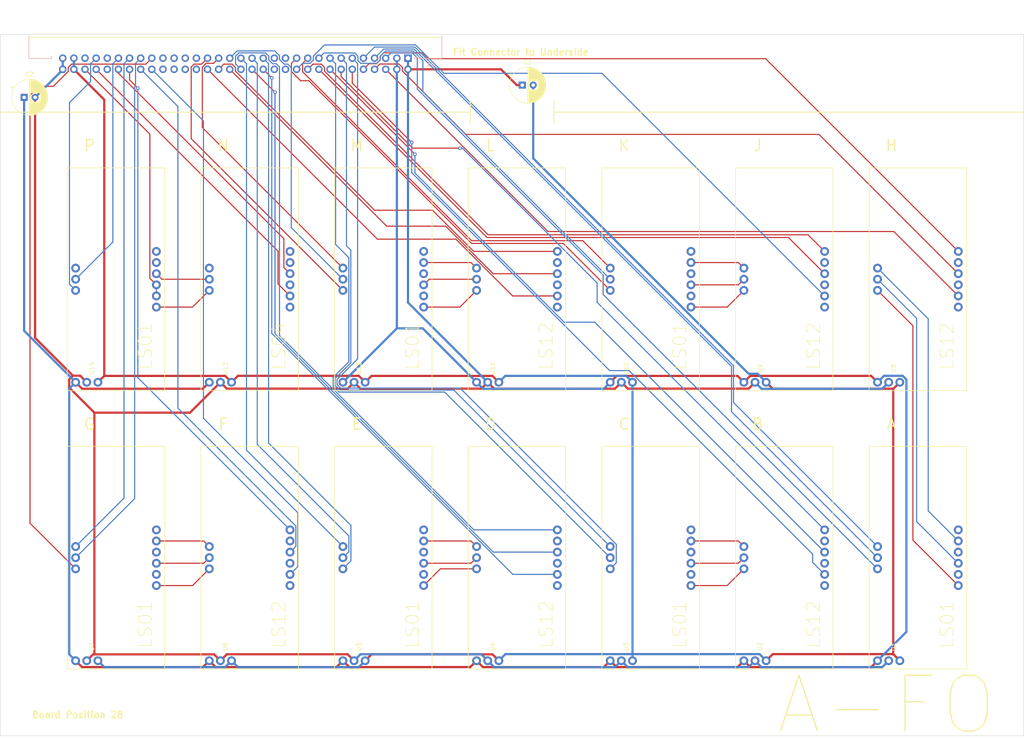
<source format=kicad_pcb>
(kicad_pcb (version 20171130) (host pcbnew "(5.0.0)")

  (general
    (thickness 1.6)
    (drawings 26)
    (tracks 437)
    (zones 0)
    (modules 17)
    (nets 65)
  )

  (page A3)
  (layers
    (0 F.Cu signal)
    (31 B.Cu signal)
    (32 B.Adhes user)
    (33 F.Adhes user)
    (34 B.Paste user)
    (35 F.Paste user)
    (36 B.SilkS user)
    (37 F.SilkS user)
    (38 B.Mask user)
    (39 F.Mask user)
    (40 Dwgs.User user)
    (41 Cmts.User user)
    (42 Eco1.User user)
    (43 Eco2.User user)
    (44 Edge.Cuts user)
    (45 Margin user)
    (46 B.CrtYd user)
    (47 F.CrtYd user)
    (48 B.Fab user)
    (49 F.Fab user)
  )

  (setup
    (last_trace_width 0.25)
    (trace_clearance 0.2)
    (zone_clearance 0.508)
    (zone_45_only no)
    (trace_min 0.2)
    (segment_width 0.2)
    (edge_width 0.1)
    (via_size 0.8)
    (via_drill 0.4)
    (via_min_size 0.4)
    (via_min_drill 0.3)
    (uvia_size 0.3)
    (uvia_drill 0.1)
    (uvias_allowed no)
    (uvia_min_size 0.2)
    (uvia_min_drill 0.1)
    (pcb_text_width 0.3)
    (pcb_text_size 1.5 1.5)
    (mod_edge_width 0.15)
    (mod_text_size 1 1)
    (mod_text_width 0.15)
    (pad_size 1.5 1.5)
    (pad_drill 0.6)
    (pad_to_mask_clearance 0)
    (aux_axis_origin 0 0)
    (visible_elements 7FFFFFFF)
    (pcbplotparams
      (layerselection 0x010fc_ffffffff)
      (usegerberextensions false)
      (usegerberattributes false)
      (usegerberadvancedattributes false)
      (creategerberjobfile false)
      (excludeedgelayer true)
      (linewidth 0.100000)
      (plotframeref false)
      (viasonmask false)
      (mode 1)
      (useauxorigin false)
      (hpglpennumber 1)
      (hpglpenspeed 20)
      (hpglpendiameter 15.000000)
      (psnegative false)
      (psa4output false)
      (plotreference true)
      (plotvalue true)
      (plotinvisibletext false)
      (padsonsilk false)
      (subtractmaskfromsilk false)
      (outputformat 1)
      (mirror false)
      (drillshape 0)
      (scaleselection 1)
      (outputdirectory "Gerber/"))
  )

  (net 0 "")
  (net 1 6v)
  (net 2 Neg6v)
  (net 3 GND)
  (net 4 "Net-(U1-Pad5)")
  (net 5 "Net-(U1-Pad3)")
  (net 6 "Net-(U1-Pad1)")
  (net 7 "Net-(U2-Pad13)")
  (net 8 "Net-(U2-Pad12)")
  (net 9 "Net-(U2-Pad11)")
  (net 10 "Net-(U10-Pad5)")
  (net 11 "Net-(U10-Pad3)")
  (net 12 "Net-(U13-Pad12)")
  (net 13 "Net-(U13-Pad11)")
  (net 14 t4-2)
  (net 15 SBTm)
  (net 16 SBT)
  (net 17 RBTm)
  (net 18 RBT)
  (net 19 IG18)
  (net 20 IP18)
  (net 21 IG17)
  (net 22 IP17)
  (net 23 IG16)
  (net 24 IP16)
  (net 25 IG15)
  (net 26 IP15)
  (net 27 IG14)
  (net 28 IP14)
  (net 29 IG13)
  (net 30 IP13)
  (net 31 IG12)
  (net 32 IP12)
  (net 33 IG11)
  (net 34 IP11)
  (net 35 IG10)
  (net 36 IP10)
  (net 37 IG9)
  (net 38 IP9)
  (net 39 IG8)
  (net 40 IP8)
  (net 41 IG7)
  (net 42 IP7)
  (net 43 IG6)
  (net 44 IP6)
  (net 45 IG5)
  (net 46 IP5)
  (net 47 IG4)
  (net 48 IP4)
  (net 49 IG3)
  (net 50 IP3)
  (net 51 IG2)
  (net 52 IP2)
  (net 53 IG1)
  (net 54 IP1)
  (net 55 "Net-(U4-Pad13)")
  (net 56 "Net-(U4-Pad12)")
  (net 57 "Net-(U4-Pad11)")
  (net 58 "Net-(U6-Pad13)")
  (net 59 "Net-(U6-Pad12)")
  (net 60 "Net-(U6-Pad11)")
  (net 61 "Net-(U10-Pad1)")
  (net 62 "Net-(U11-Pad13)")
  (net 63 "Net-(U11-Pad12)")
  (net 64 "Net-(U11-Pad11)")

  (net_class Default "This is the default net class."
    (clearance 0.2)
    (trace_width 0.25)
    (via_dia 0.8)
    (via_drill 0.4)
    (uvia_dia 0.3)
    (uvia_drill 0.1)
    (add_net IG1)
    (add_net IG10)
    (add_net IG11)
    (add_net IG12)
    (add_net IG13)
    (add_net IG14)
    (add_net IG15)
    (add_net IG16)
    (add_net IG17)
    (add_net IG18)
    (add_net IG2)
    (add_net IG3)
    (add_net IG4)
    (add_net IG5)
    (add_net IG6)
    (add_net IG7)
    (add_net IG8)
    (add_net IG9)
    (add_net IP1)
    (add_net IP10)
    (add_net IP11)
    (add_net IP12)
    (add_net IP13)
    (add_net IP14)
    (add_net IP15)
    (add_net IP16)
    (add_net IP17)
    (add_net IP18)
    (add_net IP2)
    (add_net IP3)
    (add_net IP4)
    (add_net IP5)
    (add_net IP6)
    (add_net IP7)
    (add_net IP8)
    (add_net IP9)
    (add_net "Net-(U1-Pad1)")
    (add_net "Net-(U1-Pad3)")
    (add_net "Net-(U1-Pad5)")
    (add_net "Net-(U10-Pad1)")
    (add_net "Net-(U10-Pad3)")
    (add_net "Net-(U10-Pad5)")
    (add_net "Net-(U11-Pad11)")
    (add_net "Net-(U11-Pad12)")
    (add_net "Net-(U11-Pad13)")
    (add_net "Net-(U13-Pad11)")
    (add_net "Net-(U13-Pad12)")
    (add_net "Net-(U2-Pad11)")
    (add_net "Net-(U2-Pad12)")
    (add_net "Net-(U2-Pad13)")
    (add_net "Net-(U4-Pad11)")
    (add_net "Net-(U4-Pad12)")
    (add_net "Net-(U4-Pad13)")
    (add_net "Net-(U6-Pad11)")
    (add_net "Net-(U6-Pad12)")
    (add_net "Net-(U6-Pad13)")
    (add_net RBT)
    (add_net RBTm)
    (add_net SBT)
    (add_net SBTm)
    (add_net t4-2)
  )

  (net_class 6v ""
    (clearance 0.2)
    (trace_width 0.5)
    (via_dia 1.6)
    (via_drill 0.8)
    (uvia_dia 0.3)
    (uvia_drill 0.1)
    (add_net 6v)
  )

  (net_class GND ""
    (clearance 0.2)
    (trace_width 0.5)
    (via_dia 1.6)
    (via_drill 0.8)
    (uvia_dia 0.3)
    (uvia_drill 0.1)
    (add_net GND)
  )

  (net_class Neg6v ""
    (clearance 0.2)
    (trace_width 0.5)
    (via_dia 1.6)
    (via_drill 0.8)
    (uvia_dia 0.3)
    (uvia_drill 0.1)
    (add_net Neg6v)
  )

  (module ELLIOTT:LSA (layer F.Cu) (tedit 5D58472D) (tstamp 5C3BE75F)
    (at 137.16 165.1 90)
    (path /5DBC84C0)
    (fp_text reference U4 (at 0 0.5 90) (layer F.SilkS)
      (effects (font (size 1 1) (thickness 0.15)))
    )
    (fp_text value LS12 (at 5.08 12.7 90) (layer F.SilkS)
      (effects (font (size 3 3) (thickness 0.15)))
    )
    (fp_line (start -5.08 17.145) (end -5.08 -5.08) (layer F.SilkS) (width 0.15))
    (fp_line (start 45.72 17.145) (end -5.08 17.145) (layer F.SilkS) (width 0.15))
    (fp_line (start 45.72 -5.08) (end 45.72 17.145) (layer F.SilkS) (width 0.15))
    (fp_line (start -5.08 -5.08) (end 45.72 -5.08) (layer F.SilkS) (width 0.15))
    (pad 13 thru_hole circle (at 22.86 -3.175 90) (size 2 2) (drill 1.1) (layers *.Cu *.Mask)
      (net 55 "Net-(U4-Pad13)"))
    (pad 12 thru_hole circle (at 20.32 -3.175 90) (size 2 2) (drill 1.1) (layers *.Cu *.Mask)
      (net 56 "Net-(U4-Pad12)"))
    (pad 11 thru_hole circle (at 17.78 -3.175 90) (size 2 2) (drill 1.1) (layers *.Cu *.Mask)
      (net 57 "Net-(U4-Pad11)"))
    (pad 6 thru_hole circle (at 26.67 15.24 90) (size 2 2) (drill 1.1) (layers *.Cu *.Mask)
      (net 31 IG12))
    (pad 5 thru_hole circle (at 24.13 15.24 90) (size 2 2) (drill 1.1) (layers *.Cu *.Mask))
    (pad 4 thru_hole circle (at 21.59 15.24 90) (size 2 2) (drill 1.1) (layers *.Cu *.Mask)
      (net 33 IG11))
    (pad 3 thru_hole circle (at 19.05 15.24 90) (size 2 2) (drill 1.1) (layers *.Cu *.Mask))
    (pad 2 thru_hole circle (at 16.51 15.24 90) (size 2 2) (drill 1.1) (layers *.Cu *.Mask)
      (net 35 IG10))
    (pad 1 thru_hole circle (at 13.97 15.24 90) (size 2 2) (drill 1.1) (layers *.Cu *.Mask))
    (pad 23 thru_hole circle (at -3.175 1.905 90) (size 2 2) (drill 1.1) (layers *.Cu *.Mask)
      (net 2 Neg6v))
    (pad 22 thru_hole circle (at -3.175 -0.635 90) (size 2 2) (drill 1.1) (layers *.Cu *.Mask)
      (net 3 GND))
    (pad 21 thru_hole circle (at -3.175 -3.175 90) (size 2 2) (drill 1.1) (layers *.Cu *.Mask)
      (net 1 6v))
  )

  (module ELLIOTT:LSA (layer F.Cu) (tedit 5D58472D) (tstamp 5C3BE7AF)
    (at 228.6 101.6 90)
    (path /5DB089E0)
    (fp_text reference U8 (at 0 0.5 90) (layer F.SilkS)
      (effects (font (size 1 1) (thickness 0.15)))
    )
    (fp_text value LS12 (at 5.08 12.7 90) (layer F.SilkS)
      (effects (font (size 3 3) (thickness 0.15)))
    )
    (fp_line (start -5.08 17.145) (end -5.08 -5.08) (layer F.SilkS) (width 0.15))
    (fp_line (start 45.72 17.145) (end -5.08 17.145) (layer F.SilkS) (width 0.15))
    (fp_line (start 45.72 -5.08) (end 45.72 17.145) (layer F.SilkS) (width 0.15))
    (fp_line (start -5.08 -5.08) (end 45.72 -5.08) (layer F.SilkS) (width 0.15))
    (pad 13 thru_hole circle (at 22.86 -3.175 90) (size 2 2) (drill 1.1) (layers *.Cu *.Mask)
      (net 4 "Net-(U1-Pad5)"))
    (pad 12 thru_hole circle (at 20.32 -3.175 90) (size 2 2) (drill 1.1) (layers *.Cu *.Mask)
      (net 5 "Net-(U1-Pad3)"))
    (pad 11 thru_hole circle (at 17.78 -3.175 90) (size 2 2) (drill 1.1) (layers *.Cu *.Mask)
      (net 6 "Net-(U1-Pad1)"))
    (pad 6 thru_hole circle (at 26.67 15.24 90) (size 2 2) (drill 1.1) (layers *.Cu *.Mask)
      (net 49 IG3))
    (pad 5 thru_hole circle (at 24.13 15.24 90) (size 2 2) (drill 1.1) (layers *.Cu *.Mask))
    (pad 4 thru_hole circle (at 21.59 15.24 90) (size 2 2) (drill 1.1) (layers *.Cu *.Mask)
      (net 51 IG2))
    (pad 3 thru_hole circle (at 19.05 15.24 90) (size 2 2) (drill 1.1) (layers *.Cu *.Mask))
    (pad 2 thru_hole circle (at 16.51 15.24 90) (size 2 2) (drill 1.1) (layers *.Cu *.Mask)
      (net 53 IG1))
    (pad 1 thru_hole circle (at 13.97 15.24 90) (size 2 2) (drill 1.1) (layers *.Cu *.Mask))
    (pad 23 thru_hole circle (at -3.175 1.905 90) (size 2 2) (drill 1.1) (layers *.Cu *.Mask)
      (net 2 Neg6v))
    (pad 22 thru_hole circle (at -3.175 -0.635 90) (size 2 2) (drill 1.1) (layers *.Cu *.Mask)
      (net 3 GND))
    (pad 21 thru_hole circle (at -3.175 -3.175 90) (size 2 2) (drill 1.1) (layers *.Cu *.Mask)
      (net 1 6v))
  )

  (module ELLIOTT:LSA (layer F.Cu) (tedit 5D58472D) (tstamp 5C3BF006)
    (at 228.6 165.1 90)
    (path /5DB08B10)
    (fp_text reference U1 (at 0 0.5 90) (layer F.SilkS)
      (effects (font (size 1 1) (thickness 0.15)))
    )
    (fp_text value LS01 (at 5.08 12.7 90) (layer F.SilkS)
      (effects (font (size 3 3) (thickness 0.15)))
    )
    (fp_line (start -5.08 17.145) (end -5.08 -5.08) (layer F.SilkS) (width 0.15))
    (fp_line (start 45.72 17.145) (end -5.08 17.145) (layer F.SilkS) (width 0.15))
    (fp_line (start 45.72 -5.08) (end 45.72 17.145) (layer F.SilkS) (width 0.15))
    (fp_line (start -5.08 -5.08) (end 45.72 -5.08) (layer F.SilkS) (width 0.15))
    (pad 13 thru_hole circle (at 22.86 -3.175 90) (size 2 2) (drill 1.1) (layers *.Cu *.Mask)
      (net 50 IP3))
    (pad 12 thru_hole circle (at 20.32 -3.175 90) (size 2 2) (drill 1.1) (layers *.Cu *.Mask)
      (net 52 IP2))
    (pad 11 thru_hole circle (at 17.78 -3.175 90) (size 2 2) (drill 1.1) (layers *.Cu *.Mask)
      (net 54 IP1))
    (pad 6 thru_hole circle (at 26.67 15.24 90) (size 2 2) (drill 1.1) (layers *.Cu *.Mask))
    (pad 5 thru_hole circle (at 24.13 15.24 90) (size 2 2) (drill 1.1) (layers *.Cu *.Mask)
      (net 4 "Net-(U1-Pad5)"))
    (pad 4 thru_hole circle (at 21.59 15.24 90) (size 2 2) (drill 1.1) (layers *.Cu *.Mask))
    (pad 3 thru_hole circle (at 19.05 15.24 90) (size 2 2) (drill 1.1) (layers *.Cu *.Mask)
      (net 5 "Net-(U1-Pad3)"))
    (pad 2 thru_hole circle (at 16.51 15.24 90) (size 2 2) (drill 1.1) (layers *.Cu *.Mask))
    (pad 1 thru_hole circle (at 13.97 15.24 90) (size 2 2) (drill 1.1) (layers *.Cu *.Mask)
      (net 6 "Net-(U1-Pad1)"))
    (pad 23 thru_hole circle (at -3.175 1.905 90) (size 2 2) (drill 1.1) (layers *.Cu *.Mask)
      (net 2 Neg6v))
    (pad 22 thru_hole circle (at -3.175 -0.635 90) (size 2 2) (drill 1.1) (layers *.Cu *.Mask)
      (net 3 GND))
    (pad 21 thru_hole circle (at -3.175 -3.175 90) (size 2 2) (drill 1.1) (layers *.Cu *.Mask)
      (net 1 6v))
  )

  (module ELLIOTT:LSA (layer F.Cu) (tedit 5D58472D) (tstamp 5C3E73DF)
    (at 106.68 101.6 90)
    (path /5DBCE0BB)
    (fp_text reference U12 (at 0 0.5 90) (layer F.SilkS)
      (effects (font (size 1 1) (thickness 0.15)))
    )
    (fp_text value LS01 (at 5.08 12.7 90) (layer F.SilkS)
      (effects (font (size 3 3) (thickness 0.15)))
    )
    (fp_line (start -5.08 17.145) (end -5.08 -5.08) (layer F.SilkS) (width 0.15))
    (fp_line (start 45.72 17.145) (end -5.08 17.145) (layer F.SilkS) (width 0.15))
    (fp_line (start 45.72 -5.08) (end 45.72 17.145) (layer F.SilkS) (width 0.15))
    (fp_line (start -5.08 -5.08) (end 45.72 -5.08) (layer F.SilkS) (width 0.15))
    (pad 13 thru_hole circle (at 22.86 -3.175 90) (size 2 2) (drill 1.1) (layers *.Cu *.Mask)
      (net 28 IP14))
    (pad 12 thru_hole circle (at 20.32 -3.175 90) (size 2 2) (drill 1.1) (layers *.Cu *.Mask)
      (net 30 IP13))
    (pad 11 thru_hole circle (at 17.78 -3.175 90) (size 2 2) (drill 1.1) (layers *.Cu *.Mask)
      (net 26 IP15))
    (pad 6 thru_hole circle (at 26.67 15.24 90) (size 2 2) (drill 1.1) (layers *.Cu *.Mask))
    (pad 5 thru_hole circle (at 24.13 15.24 90) (size 2 2) (drill 1.1) (layers *.Cu *.Mask)
      (net 62 "Net-(U11-Pad13)"))
    (pad 4 thru_hole circle (at 21.59 15.24 90) (size 2 2) (drill 1.1) (layers *.Cu *.Mask))
    (pad 3 thru_hole circle (at 19.05 15.24 90) (size 2 2) (drill 1.1) (layers *.Cu *.Mask)
      (net 63 "Net-(U11-Pad12)"))
    (pad 2 thru_hole circle (at 16.51 15.24 90) (size 2 2) (drill 1.1) (layers *.Cu *.Mask))
    (pad 1 thru_hole circle (at 13.97 15.24 90) (size 2 2) (drill 1.1) (layers *.Cu *.Mask)
      (net 64 "Net-(U11-Pad11)"))
    (pad 23 thru_hole circle (at -3.175 1.905 90) (size 2 2) (drill 1.1) (layers *.Cu *.Mask)
      (net 2 Neg6v))
    (pad 22 thru_hole circle (at -3.175 -0.635 90) (size 2 2) (drill 1.1) (layers *.Cu *.Mask)
      (net 3 GND))
    (pad 21 thru_hole circle (at -3.175 -3.175 90) (size 2 2) (drill 1.1) (layers *.Cu *.Mask)
      (net 1 6v))
  )

  (module ELLIOTT:LSA (layer F.Cu) (tedit 5D58472D) (tstamp 5C3BE7EB)
    (at 137.16 101.6 90)
    (path /5DBCD70E)
    (fp_text reference U11 (at 0 0.5 90) (layer F.SilkS)
      (effects (font (size 1 1) (thickness 0.15)))
    )
    (fp_text value LS12 (at 5.08 12.7 90) (layer F.SilkS)
      (effects (font (size 3 3) (thickness 0.15)))
    )
    (fp_line (start -5.08 17.145) (end -5.08 -5.08) (layer F.SilkS) (width 0.15))
    (fp_line (start 45.72 17.145) (end -5.08 17.145) (layer F.SilkS) (width 0.15))
    (fp_line (start 45.72 -5.08) (end 45.72 17.145) (layer F.SilkS) (width 0.15))
    (fp_line (start -5.08 -5.08) (end 45.72 -5.08) (layer F.SilkS) (width 0.15))
    (pad 13 thru_hole circle (at 22.86 -3.175 90) (size 2 2) (drill 1.1) (layers *.Cu *.Mask)
      (net 62 "Net-(U11-Pad13)"))
    (pad 12 thru_hole circle (at 20.32 -3.175 90) (size 2 2) (drill 1.1) (layers *.Cu *.Mask)
      (net 63 "Net-(U11-Pad12)"))
    (pad 11 thru_hole circle (at 17.78 -3.175 90) (size 2 2) (drill 1.1) (layers *.Cu *.Mask)
      (net 64 "Net-(U11-Pad11)"))
    (pad 6 thru_hole circle (at 26.67 15.24 90) (size 2 2) (drill 1.1) (layers *.Cu *.Mask)
      (net 27 IG14))
    (pad 5 thru_hole circle (at 24.13 15.24 90) (size 2 2) (drill 1.1) (layers *.Cu *.Mask))
    (pad 4 thru_hole circle (at 21.59 15.24 90) (size 2 2) (drill 1.1) (layers *.Cu *.Mask)
      (net 29 IG13))
    (pad 3 thru_hole circle (at 19.05 15.24 90) (size 2 2) (drill 1.1) (layers *.Cu *.Mask))
    (pad 2 thru_hole circle (at 16.51 15.24 90) (size 2 2) (drill 1.1) (layers *.Cu *.Mask)
      (net 25 IG15))
    (pad 1 thru_hole circle (at 13.97 15.24 90) (size 2 2) (drill 1.1) (layers *.Cu *.Mask))
    (pad 23 thru_hole circle (at -3.175 1.905 90) (size 2 2) (drill 1.1) (layers *.Cu *.Mask)
      (net 2 Neg6v))
    (pad 22 thru_hole circle (at -3.175 -0.635 90) (size 2 2) (drill 1.1) (layers *.Cu *.Mask)
      (net 3 GND))
    (pad 21 thru_hole circle (at -3.175 -3.175 90) (size 2 2) (drill 1.1) (layers *.Cu *.Mask)
      (net 1 6v))
  )

  (module ELLIOTT:LSA (layer F.Cu) (tedit 5D58472D) (tstamp 5C3E7576)
    (at 45.72 101.6 90)
    (path /5DBCE2E9)
    (fp_text reference U14 (at 0 0.5 90) (layer F.SilkS)
      (effects (font (size 1 1) (thickness 0.15)))
    )
    (fp_text value LS01 (at 5.08 12.7 90) (layer F.SilkS)
      (effects (font (size 3 3) (thickness 0.15)))
    )
    (fp_line (start -5.08 17.145) (end -5.08 -5.08) (layer F.SilkS) (width 0.15))
    (fp_line (start 45.72 17.145) (end -5.08 17.145) (layer F.SilkS) (width 0.15))
    (fp_line (start 45.72 -5.08) (end 45.72 17.145) (layer F.SilkS) (width 0.15))
    (fp_line (start -5.08 -5.08) (end 45.72 -5.08) (layer F.SilkS) (width 0.15))
    (pad 13 thru_hole circle (at 22.86 -3.175 90) (size 2 2) (drill 1.1) (layers *.Cu *.Mask))
    (pad 12 thru_hole circle (at 20.32 -3.175 90) (size 2 2) (drill 1.1) (layers *.Cu *.Mask)
      (net 18 RBT))
    (pad 11 thru_hole circle (at 17.78 -3.175 90) (size 2 2) (drill 1.1) (layers *.Cu *.Mask)
      (net 16 SBT))
    (pad 6 thru_hole circle (at 26.67 15.24 90) (size 2 2) (drill 1.1) (layers *.Cu *.Mask))
    (pad 5 thru_hole circle (at 24.13 15.24 90) (size 2 2) (drill 1.1) (layers *.Cu *.Mask))
    (pad 4 thru_hole circle (at 21.59 15.24 90) (size 2 2) (drill 1.1) (layers *.Cu *.Mask)
      (net 12 "Net-(U13-Pad12)"))
    (pad 3 thru_hole circle (at 19.05 15.24 90) (size 2 2) (drill 1.1) (layers *.Cu *.Mask)
      (net 14 t4-2))
    (pad 2 thru_hole circle (at 16.51 15.24 90) (size 2 2) (drill 1.1) (layers *.Cu *.Mask)
      (net 14 t4-2))
    (pad 1 thru_hole circle (at 13.97 15.24 90) (size 2 2) (drill 1.1) (layers *.Cu *.Mask)
      (net 13 "Net-(U13-Pad11)"))
    (pad 23 thru_hole circle (at -3.175 1.905 90) (size 2 2) (drill 1.1) (layers *.Cu *.Mask)
      (net 2 Neg6v))
    (pad 22 thru_hole circle (at -3.175 -0.635 90) (size 2 2) (drill 1.1) (layers *.Cu *.Mask)
      (net 3 GND))
    (pad 21 thru_hole circle (at -3.175 -3.175 90) (size 2 2) (drill 1.1) (layers *.Cu *.Mask)
      (net 1 6v))
  )

  (module ELLIOTT:LSA (layer F.Cu) (tedit 5D58472D) (tstamp 5C3BE813)
    (at 76.2 101.6 90)
    (path /5DBCE1DA)
    (fp_text reference U13 (at 0 0.5 90) (layer F.SilkS)
      (effects (font (size 1 1) (thickness 0.15)))
    )
    (fp_text value LS04 (at 5.08 12.7 90) (layer F.SilkS)
      (effects (font (size 3 3) (thickness 0.15)))
    )
    (fp_line (start -5.08 17.145) (end -5.08 -5.08) (layer F.SilkS) (width 0.15))
    (fp_line (start 45.72 17.145) (end -5.08 17.145) (layer F.SilkS) (width 0.15))
    (fp_line (start 45.72 -5.08) (end 45.72 17.145) (layer F.SilkS) (width 0.15))
    (fp_line (start -5.08 -5.08) (end 45.72 -5.08) (layer F.SilkS) (width 0.15))
    (pad 13 thru_hole circle (at 22.86 -3.175 90) (size 2 2) (drill 1.1) (layers *.Cu *.Mask))
    (pad 12 thru_hole circle (at 20.32 -3.175 90) (size 2 2) (drill 1.1) (layers *.Cu *.Mask)
      (net 12 "Net-(U13-Pad12)"))
    (pad 11 thru_hole circle (at 17.78 -3.175 90) (size 2 2) (drill 1.1) (layers *.Cu *.Mask)
      (net 13 "Net-(U13-Pad11)"))
    (pad 6 thru_hole circle (at 26.67 15.24 90) (size 2 2) (drill 1.1) (layers *.Cu *.Mask))
    (pad 5 thru_hole circle (at 24.13 15.24 90) (size 2 2) (drill 1.1) (layers *.Cu *.Mask))
    (pad 4 thru_hole circle (at 21.59 15.24 90) (size 2 2) (drill 1.1) (layers *.Cu *.Mask)
      (net 17 RBTm))
    (pad 3 thru_hole circle (at 19.05 15.24 90) (size 2 2) (drill 1.1) (layers *.Cu *.Mask))
    (pad 2 thru_hole circle (at 16.51 15.24 90) (size 2 2) (drill 1.1) (layers *.Cu *.Mask)
      (net 15 SBTm))
    (pad 1 thru_hole circle (at 13.97 15.24 90) (size 2 2) (drill 1.1) (layers *.Cu *.Mask))
    (pad 23 thru_hole circle (at -3.175 1.905 90) (size 2 2) (drill 1.1) (layers *.Cu *.Mask)
      (net 2 Neg6v))
    (pad 22 thru_hole circle (at -3.175 -0.635 90) (size 2 2) (drill 1.1) (layers *.Cu *.Mask)
      (net 3 GND))
    (pad 21 thru_hole circle (at -3.175 -3.175 90) (size 2 2) (drill 1.1) (layers *.Cu *.Mask)
      (net 1 6v))
  )

  (module ELLIOTT:LSA (layer F.Cu) (tedit 5D58472D) (tstamp 5C3BE737)
    (at 198.12 165.1 90)
    (path /5DBB4C08)
    (fp_text reference U2 (at 0 0.5 90) (layer F.SilkS)
      (effects (font (size 1 1) (thickness 0.15)))
    )
    (fp_text value LS12 (at 5.08 12.7 90) (layer F.SilkS)
      (effects (font (size 3 3) (thickness 0.15)))
    )
    (fp_line (start -5.08 17.145) (end -5.08 -5.08) (layer F.SilkS) (width 0.15))
    (fp_line (start 45.72 17.145) (end -5.08 17.145) (layer F.SilkS) (width 0.15))
    (fp_line (start 45.72 -5.08) (end 45.72 17.145) (layer F.SilkS) (width 0.15))
    (fp_line (start -5.08 -5.08) (end 45.72 -5.08) (layer F.SilkS) (width 0.15))
    (pad 13 thru_hole circle (at 22.86 -3.175 90) (size 2 2) (drill 1.1) (layers *.Cu *.Mask)
      (net 7 "Net-(U2-Pad13)"))
    (pad 12 thru_hole circle (at 20.32 -3.175 90) (size 2 2) (drill 1.1) (layers *.Cu *.Mask)
      (net 8 "Net-(U2-Pad12)"))
    (pad 11 thru_hole circle (at 17.78 -3.175 90) (size 2 2) (drill 1.1) (layers *.Cu *.Mask)
      (net 9 "Net-(U2-Pad11)"))
    (pad 6 thru_hole circle (at 26.67 15.24 90) (size 2 2) (drill 1.1) (layers *.Cu *.Mask)
      (net 45 IG5))
    (pad 5 thru_hole circle (at 24.13 15.24 90) (size 2 2) (drill 1.1) (layers *.Cu *.Mask))
    (pad 4 thru_hole circle (at 21.59 15.24 90) (size 2 2) (drill 1.1) (layers *.Cu *.Mask)
      (net 43 IG6))
    (pad 3 thru_hole circle (at 19.05 15.24 90) (size 2 2) (drill 1.1) (layers *.Cu *.Mask))
    (pad 2 thru_hole circle (at 16.51 15.24 90) (size 2 2) (drill 1.1) (layers *.Cu *.Mask)
      (net 47 IG4))
    (pad 1 thru_hole circle (at 13.97 15.24 90) (size 2 2) (drill 1.1) (layers *.Cu *.Mask))
    (pad 23 thru_hole circle (at -3.175 1.905 90) (size 2 2) (drill 1.1) (layers *.Cu *.Mask)
      (net 2 Neg6v))
    (pad 22 thru_hole circle (at -3.175 -0.635 90) (size 2 2) (drill 1.1) (layers *.Cu *.Mask)
      (net 3 GND))
    (pad 21 thru_hole circle (at -3.175 -3.175 90) (size 2 2) (drill 1.1) (layers *.Cu *.Mask)
      (net 1 6v))
  )

  (module ELLIOTT:LSA (layer F.Cu) (tedit 5D58472D) (tstamp 5C3BE74B)
    (at 167.64 165.1 90)
    (path /5DBB4C0F)
    (fp_text reference U3 (at 0 0.5 90) (layer F.SilkS)
      (effects (font (size 1 1) (thickness 0.15)))
    )
    (fp_text value LS01 (at 5.08 12.7 90) (layer F.SilkS)
      (effects (font (size 3 3) (thickness 0.15)))
    )
    (fp_line (start -5.08 17.145) (end -5.08 -5.08) (layer F.SilkS) (width 0.15))
    (fp_line (start 45.72 17.145) (end -5.08 17.145) (layer F.SilkS) (width 0.15))
    (fp_line (start 45.72 -5.08) (end 45.72 17.145) (layer F.SilkS) (width 0.15))
    (fp_line (start -5.08 -5.08) (end 45.72 -5.08) (layer F.SilkS) (width 0.15))
    (pad 13 thru_hole circle (at 22.86 -3.175 90) (size 2 2) (drill 1.1) (layers *.Cu *.Mask)
      (net 46 IP5))
    (pad 12 thru_hole circle (at 20.32 -3.175 90) (size 2 2) (drill 1.1) (layers *.Cu *.Mask)
      (net 44 IP6))
    (pad 11 thru_hole circle (at 17.78 -3.175 90) (size 2 2) (drill 1.1) (layers *.Cu *.Mask)
      (net 48 IP4))
    (pad 6 thru_hole circle (at 26.67 15.24 90) (size 2 2) (drill 1.1) (layers *.Cu *.Mask))
    (pad 5 thru_hole circle (at 24.13 15.24 90) (size 2 2) (drill 1.1) (layers *.Cu *.Mask)
      (net 7 "Net-(U2-Pad13)"))
    (pad 4 thru_hole circle (at 21.59 15.24 90) (size 2 2) (drill 1.1) (layers *.Cu *.Mask))
    (pad 3 thru_hole circle (at 19.05 15.24 90) (size 2 2) (drill 1.1) (layers *.Cu *.Mask)
      (net 8 "Net-(U2-Pad12)"))
    (pad 2 thru_hole circle (at 16.51 15.24 90) (size 2 2) (drill 1.1) (layers *.Cu *.Mask))
    (pad 1 thru_hole circle (at 13.97 15.24 90) (size 2 2) (drill 1.1) (layers *.Cu *.Mask)
      (net 9 "Net-(U2-Pad11)"))
    (pad 23 thru_hole circle (at -3.175 1.905 90) (size 2 2) (drill 1.1) (layers *.Cu *.Mask)
      (net 2 Neg6v))
    (pad 22 thru_hole circle (at -3.175 -0.635 90) (size 2 2) (drill 1.1) (layers *.Cu *.Mask)
      (net 3 GND))
    (pad 21 thru_hole circle (at -3.175 -3.175 90) (size 2 2) (drill 1.1) (layers *.Cu *.Mask)
      (net 1 6v))
  )

  (module ELLIOTT:LSA (layer F.Cu) (tedit 5D58472D) (tstamp 5C3BE7C3)
    (at 198.12 101.6 90)
    (path /5DB63857)
    (fp_text reference U9 (at 0 0.5 90) (layer F.SilkS)
      (effects (font (size 1 1) (thickness 0.15)))
    )
    (fp_text value LS12 (at 5.08 12.7 90) (layer F.SilkS)
      (effects (font (size 3 3) (thickness 0.15)))
    )
    (fp_line (start -5.08 17.145) (end -5.08 -5.08) (layer F.SilkS) (width 0.15))
    (fp_line (start 45.72 17.145) (end -5.08 17.145) (layer F.SilkS) (width 0.15))
    (fp_line (start 45.72 -5.08) (end 45.72 17.145) (layer F.SilkS) (width 0.15))
    (fp_line (start -5.08 -5.08) (end 45.72 -5.08) (layer F.SilkS) (width 0.15))
    (pad 13 thru_hole circle (at 22.86 -3.175 90) (size 2 2) (drill 1.1) (layers *.Cu *.Mask)
      (net 10 "Net-(U10-Pad5)"))
    (pad 12 thru_hole circle (at 20.32 -3.175 90) (size 2 2) (drill 1.1) (layers *.Cu *.Mask)
      (net 11 "Net-(U10-Pad3)"))
    (pad 11 thru_hole circle (at 17.78 -3.175 90) (size 2 2) (drill 1.1) (layers *.Cu *.Mask)
      (net 61 "Net-(U10-Pad1)"))
    (pad 6 thru_hole circle (at 26.67 15.24 90) (size 2 2) (drill 1.1) (layers *.Cu *.Mask)
      (net 39 IG8))
    (pad 5 thru_hole circle (at 24.13 15.24 90) (size 2 2) (drill 1.1) (layers *.Cu *.Mask))
    (pad 4 thru_hole circle (at 21.59 15.24 90) (size 2 2) (drill 1.1) (layers *.Cu *.Mask)
      (net 41 IG7))
    (pad 3 thru_hole circle (at 19.05 15.24 90) (size 2 2) (drill 1.1) (layers *.Cu *.Mask))
    (pad 2 thru_hole circle (at 16.51 15.24 90) (size 2 2) (drill 1.1) (layers *.Cu *.Mask)
      (net 37 IG9))
    (pad 1 thru_hole circle (at 13.97 15.24 90) (size 2 2) (drill 1.1) (layers *.Cu *.Mask))
    (pad 23 thru_hole circle (at -3.175 1.905 90) (size 2 2) (drill 1.1) (layers *.Cu *.Mask)
      (net 2 Neg6v))
    (pad 22 thru_hole circle (at -3.175 -0.635 90) (size 2 2) (drill 1.1) (layers *.Cu *.Mask)
      (net 3 GND))
    (pad 21 thru_hole circle (at -3.175 -3.175 90) (size 2 2) (drill 1.1) (layers *.Cu *.Mask)
      (net 1 6v))
  )

  (module ELLIOTT:LSA (layer F.Cu) (tedit 5D58472D) (tstamp 5C30D02F)
    (at 167.64 101.6 90)
    (path /5DB6385E)
    (fp_text reference U10 (at 0 0.5 90) (layer F.SilkS)
      (effects (font (size 1 1) (thickness 0.15)))
    )
    (fp_text value LS01 (at 5.08 12.7 90) (layer F.SilkS)
      (effects (font (size 3 3) (thickness 0.15)))
    )
    (fp_line (start -5.08 17.145) (end -5.08 -5.08) (layer F.SilkS) (width 0.15))
    (fp_line (start 45.72 17.145) (end -5.08 17.145) (layer F.SilkS) (width 0.15))
    (fp_line (start 45.72 -5.08) (end 45.72 17.145) (layer F.SilkS) (width 0.15))
    (fp_line (start -5.08 -5.08) (end 45.72 -5.08) (layer F.SilkS) (width 0.15))
    (pad 13 thru_hole circle (at 22.86 -3.175 90) (size 2 2) (drill 1.1) (layers *.Cu *.Mask)
      (net 40 IP8))
    (pad 12 thru_hole circle (at 20.32 -3.175 90) (size 2 2) (drill 1.1) (layers *.Cu *.Mask)
      (net 42 IP7))
    (pad 11 thru_hole circle (at 17.78 -3.175 90) (size 2 2) (drill 1.1) (layers *.Cu *.Mask)
      (net 38 IP9))
    (pad 6 thru_hole circle (at 26.67 15.24 90) (size 2 2) (drill 1.1) (layers *.Cu *.Mask))
    (pad 5 thru_hole circle (at 24.13 15.24 90) (size 2 2) (drill 1.1) (layers *.Cu *.Mask)
      (net 10 "Net-(U10-Pad5)"))
    (pad 4 thru_hole circle (at 21.59 15.24 90) (size 2 2) (drill 1.1) (layers *.Cu *.Mask))
    (pad 3 thru_hole circle (at 19.05 15.24 90) (size 2 2) (drill 1.1) (layers *.Cu *.Mask)
      (net 11 "Net-(U10-Pad3)"))
    (pad 2 thru_hole circle (at 16.51 15.24 90) (size 2 2) (drill 1.1) (layers *.Cu *.Mask))
    (pad 1 thru_hole circle (at 13.97 15.24 90) (size 2 2) (drill 1.1) (layers *.Cu *.Mask)
      (net 61 "Net-(U10-Pad1)"))
    (pad 23 thru_hole circle (at -3.175 1.905 90) (size 2 2) (drill 1.1) (layers *.Cu *.Mask)
      (net 2 Neg6v))
    (pad 22 thru_hole circle (at -3.175 -0.635 90) (size 2 2) (drill 1.1) (layers *.Cu *.Mask)
      (net 3 GND))
    (pad 21 thru_hole circle (at -3.175 -3.175 90) (size 2 2) (drill 1.1) (layers *.Cu *.Mask)
      (net 1 6v))
  )

  (module ELLIOTT:LSA (layer F.Cu) (tedit 5D58472D) (tstamp 5DB6B5B1)
    (at 106.68 165.1 90)
    (path /5DC5C021)
    (fp_text reference U5 (at 0 0.5 90) (layer F.SilkS)
      (effects (font (size 1 1) (thickness 0.15)))
    )
    (fp_text value LS01 (at 5.08 12.7 90) (layer F.SilkS)
      (effects (font (size 3 3) (thickness 0.15)))
    )
    (fp_line (start -5.08 17.145) (end -5.08 -5.08) (layer F.SilkS) (width 0.15))
    (fp_line (start 45.72 17.145) (end -5.08 17.145) (layer F.SilkS) (width 0.15))
    (fp_line (start 45.72 -5.08) (end 45.72 17.145) (layer F.SilkS) (width 0.15))
    (fp_line (start -5.08 -5.08) (end 45.72 -5.08) (layer F.SilkS) (width 0.15))
    (pad 13 thru_hole circle (at 22.86 -3.175 90) (size 2 2) (drill 1.1) (layers *.Cu *.Mask)
      (net 32 IP12))
    (pad 12 thru_hole circle (at 20.32 -3.175 90) (size 2 2) (drill 1.1) (layers *.Cu *.Mask)
      (net 34 IP11))
    (pad 11 thru_hole circle (at 17.78 -3.175 90) (size 2 2) (drill 1.1) (layers *.Cu *.Mask)
      (net 36 IP10))
    (pad 6 thru_hole circle (at 26.67 15.24 90) (size 2 2) (drill 1.1) (layers *.Cu *.Mask))
    (pad 5 thru_hole circle (at 24.13 15.24 90) (size 2 2) (drill 1.1) (layers *.Cu *.Mask)
      (net 55 "Net-(U4-Pad13)"))
    (pad 4 thru_hole circle (at 21.59 15.24 90) (size 2 2) (drill 1.1) (layers *.Cu *.Mask))
    (pad 3 thru_hole circle (at 19.05 15.24 90) (size 2 2) (drill 1.1) (layers *.Cu *.Mask)
      (net 56 "Net-(U4-Pad12)"))
    (pad 2 thru_hole circle (at 16.51 15.24 90) (size 2 2) (drill 1.1) (layers *.Cu *.Mask))
    (pad 1 thru_hole circle (at 13.97 15.24 90) (size 2 2) (drill 1.1) (layers *.Cu *.Mask)
      (net 57 "Net-(U4-Pad11)"))
    (pad 23 thru_hole circle (at -3.175 1.905 90) (size 2 2) (drill 1.1) (layers *.Cu *.Mask)
      (net 2 Neg6v))
    (pad 22 thru_hole circle (at -3.175 -0.635 90) (size 2 2) (drill 1.1) (layers *.Cu *.Mask)
      (net 3 GND))
    (pad 21 thru_hole circle (at -3.175 -3.175 90) (size 2 2) (drill 1.1) (layers *.Cu *.Mask)
      (net 1 6v))
  )

  (module ELLIOTT:LSA (layer F.Cu) (tedit 5D58472D) (tstamp 5DB6B5C5)
    (at 76.2 165.1 90)
    (path /5DC5C084)
    (fp_text reference U6 (at 0 0.5 90) (layer F.SilkS)
      (effects (font (size 1 1) (thickness 0.15)))
    )
    (fp_text value LS12 (at 5.08 12.7 90) (layer F.SilkS)
      (effects (font (size 3 3) (thickness 0.15)))
    )
    (fp_line (start -5.08 17.145) (end -5.08 -5.08) (layer F.SilkS) (width 0.15))
    (fp_line (start 45.72 17.145) (end -5.08 17.145) (layer F.SilkS) (width 0.15))
    (fp_line (start 45.72 -5.08) (end 45.72 17.145) (layer F.SilkS) (width 0.15))
    (fp_line (start -5.08 -5.08) (end 45.72 -5.08) (layer F.SilkS) (width 0.15))
    (pad 13 thru_hole circle (at 22.86 -3.175 90) (size 2 2) (drill 1.1) (layers *.Cu *.Mask)
      (net 58 "Net-(U6-Pad13)"))
    (pad 12 thru_hole circle (at 20.32 -3.175 90) (size 2 2) (drill 1.1) (layers *.Cu *.Mask)
      (net 59 "Net-(U6-Pad12)"))
    (pad 11 thru_hole circle (at 17.78 -3.175 90) (size 2 2) (drill 1.1) (layers *.Cu *.Mask)
      (net 60 "Net-(U6-Pad11)"))
    (pad 6 thru_hole circle (at 26.67 15.24 90) (size 2 2) (drill 1.1) (layers *.Cu *.Mask)
      (net 19 IG18))
    (pad 5 thru_hole circle (at 24.13 15.24 90) (size 2 2) (drill 1.1) (layers *.Cu *.Mask))
    (pad 4 thru_hole circle (at 21.59 15.24 90) (size 2 2) (drill 1.1) (layers *.Cu *.Mask)
      (net 21 IG17))
    (pad 3 thru_hole circle (at 19.05 15.24 90) (size 2 2) (drill 1.1) (layers *.Cu *.Mask))
    (pad 2 thru_hole circle (at 16.51 15.24 90) (size 2 2) (drill 1.1) (layers *.Cu *.Mask)
      (net 23 IG16))
    (pad 1 thru_hole circle (at 13.97 15.24 90) (size 2 2) (drill 1.1) (layers *.Cu *.Mask))
    (pad 23 thru_hole circle (at -3.175 1.905 90) (size 2 2) (drill 1.1) (layers *.Cu *.Mask)
      (net 2 Neg6v))
    (pad 22 thru_hole circle (at -3.175 -0.635 90) (size 2 2) (drill 1.1) (layers *.Cu *.Mask)
      (net 3 GND))
    (pad 21 thru_hole circle (at -3.175 -3.175 90) (size 2 2) (drill 1.1) (layers *.Cu *.Mask)
      (net 1 6v))
  )

  (module ELLIOTT:LSA (layer F.Cu) (tedit 5D58472D) (tstamp 5DB6B5D9)
    (at 45.72 165.1 90)
    (path /5DC5C08B)
    (fp_text reference U7 (at 0 0.5 90) (layer F.SilkS)
      (effects (font (size 1 1) (thickness 0.15)))
    )
    (fp_text value LS01 (at 5.08 12.7 90) (layer F.SilkS)
      (effects (font (size 3 3) (thickness 0.15)))
    )
    (fp_line (start -5.08 17.145) (end -5.08 -5.08) (layer F.SilkS) (width 0.15))
    (fp_line (start 45.72 17.145) (end -5.08 17.145) (layer F.SilkS) (width 0.15))
    (fp_line (start 45.72 -5.08) (end 45.72 17.145) (layer F.SilkS) (width 0.15))
    (fp_line (start -5.08 -5.08) (end 45.72 -5.08) (layer F.SilkS) (width 0.15))
    (pad 13 thru_hole circle (at 22.86 -3.175 90) (size 2 2) (drill 1.1) (layers *.Cu *.Mask)
      (net 20 IP18))
    (pad 12 thru_hole circle (at 20.32 -3.175 90) (size 2 2) (drill 1.1) (layers *.Cu *.Mask)
      (net 22 IP17))
    (pad 11 thru_hole circle (at 17.78 -3.175 90) (size 2 2) (drill 1.1) (layers *.Cu *.Mask)
      (net 24 IP16))
    (pad 6 thru_hole circle (at 26.67 15.24 90) (size 2 2) (drill 1.1) (layers *.Cu *.Mask))
    (pad 5 thru_hole circle (at 24.13 15.24 90) (size 2 2) (drill 1.1) (layers *.Cu *.Mask)
      (net 58 "Net-(U6-Pad13)"))
    (pad 4 thru_hole circle (at 21.59 15.24 90) (size 2 2) (drill 1.1) (layers *.Cu *.Mask))
    (pad 3 thru_hole circle (at 19.05 15.24 90) (size 2 2) (drill 1.1) (layers *.Cu *.Mask)
      (net 59 "Net-(U6-Pad12)"))
    (pad 2 thru_hole circle (at 16.51 15.24 90) (size 2 2) (drill 1.1) (layers *.Cu *.Mask))
    (pad 1 thru_hole circle (at 13.97 15.24 90) (size 2 2) (drill 1.1) (layers *.Cu *.Mask)
      (net 60 "Net-(U6-Pad11)"))
    (pad 23 thru_hole circle (at -3.175 1.905 90) (size 2 2) (drill 1.1) (layers *.Cu *.Mask)
      (net 2 Neg6v))
    (pad 22 thru_hole circle (at -3.175 -0.635 90) (size 2 2) (drill 1.1) (layers *.Cu *.Mask)
      (net 3 GND))
    (pad 21 thru_hole circle (at -3.175 -3.175 90) (size 2 2) (drill 1.1) (layers *.Cu *.Mask)
      (net 1 6v))
  )

  (module Capacitor_THT:CP_Radial_D8.0mm_P2.50mm (layer F.Cu) (tedit 5AE50EF0) (tstamp 5C3BF4E0)
    (at 144.4 37)
    (descr "CP, Radial series, Radial, pin pitch=2.50mm, , diameter=8mm, Electrolytic Capacitor")
    (tags "CP Radial series Radial pin pitch 2.50mm  diameter 8mm Electrolytic Capacitor")
    (path /5C675B1B)
    (fp_text reference C1 (at 1.25 -5.25) (layer F.SilkS)
      (effects (font (size 1 1) (thickness 0.15)))
    )
    (fp_text value 6u8 (at 1.25 5.25) (layer F.Fab)
      (effects (font (size 1 1) (thickness 0.15)))
    )
    (fp_text user %R (at 1.25 0) (layer F.Fab)
      (effects (font (size 1 1) (thickness 0.15)))
    )
    (fp_line (start -2.759698 -2.715) (end -2.759698 -1.915) (layer F.SilkS) (width 0.12))
    (fp_line (start -3.159698 -2.315) (end -2.359698 -2.315) (layer F.SilkS) (width 0.12))
    (fp_line (start 5.331 -0.533) (end 5.331 0.533) (layer F.SilkS) (width 0.12))
    (fp_line (start 5.291 -0.768) (end 5.291 0.768) (layer F.SilkS) (width 0.12))
    (fp_line (start 5.251 -0.948) (end 5.251 0.948) (layer F.SilkS) (width 0.12))
    (fp_line (start 5.211 -1.098) (end 5.211 1.098) (layer F.SilkS) (width 0.12))
    (fp_line (start 5.171 -1.229) (end 5.171 1.229) (layer F.SilkS) (width 0.12))
    (fp_line (start 5.131 -1.346) (end 5.131 1.346) (layer F.SilkS) (width 0.12))
    (fp_line (start 5.091 -1.453) (end 5.091 1.453) (layer F.SilkS) (width 0.12))
    (fp_line (start 5.051 -1.552) (end 5.051 1.552) (layer F.SilkS) (width 0.12))
    (fp_line (start 5.011 -1.645) (end 5.011 1.645) (layer F.SilkS) (width 0.12))
    (fp_line (start 4.971 -1.731) (end 4.971 1.731) (layer F.SilkS) (width 0.12))
    (fp_line (start 4.931 -1.813) (end 4.931 1.813) (layer F.SilkS) (width 0.12))
    (fp_line (start 4.891 -1.89) (end 4.891 1.89) (layer F.SilkS) (width 0.12))
    (fp_line (start 4.851 -1.964) (end 4.851 1.964) (layer F.SilkS) (width 0.12))
    (fp_line (start 4.811 -2.034) (end 4.811 2.034) (layer F.SilkS) (width 0.12))
    (fp_line (start 4.771 -2.102) (end 4.771 2.102) (layer F.SilkS) (width 0.12))
    (fp_line (start 4.731 -2.166) (end 4.731 2.166) (layer F.SilkS) (width 0.12))
    (fp_line (start 4.691 -2.228) (end 4.691 2.228) (layer F.SilkS) (width 0.12))
    (fp_line (start 4.651 -2.287) (end 4.651 2.287) (layer F.SilkS) (width 0.12))
    (fp_line (start 4.611 -2.345) (end 4.611 2.345) (layer F.SilkS) (width 0.12))
    (fp_line (start 4.571 -2.4) (end 4.571 2.4) (layer F.SilkS) (width 0.12))
    (fp_line (start 4.531 -2.454) (end 4.531 2.454) (layer F.SilkS) (width 0.12))
    (fp_line (start 4.491 -2.505) (end 4.491 2.505) (layer F.SilkS) (width 0.12))
    (fp_line (start 4.451 -2.556) (end 4.451 2.556) (layer F.SilkS) (width 0.12))
    (fp_line (start 4.411 -2.604) (end 4.411 2.604) (layer F.SilkS) (width 0.12))
    (fp_line (start 4.371 -2.651) (end 4.371 2.651) (layer F.SilkS) (width 0.12))
    (fp_line (start 4.331 -2.697) (end 4.331 2.697) (layer F.SilkS) (width 0.12))
    (fp_line (start 4.291 -2.741) (end 4.291 2.741) (layer F.SilkS) (width 0.12))
    (fp_line (start 4.251 -2.784) (end 4.251 2.784) (layer F.SilkS) (width 0.12))
    (fp_line (start 4.211 -2.826) (end 4.211 2.826) (layer F.SilkS) (width 0.12))
    (fp_line (start 4.171 -2.867) (end 4.171 2.867) (layer F.SilkS) (width 0.12))
    (fp_line (start 4.131 -2.907) (end 4.131 2.907) (layer F.SilkS) (width 0.12))
    (fp_line (start 4.091 -2.945) (end 4.091 2.945) (layer F.SilkS) (width 0.12))
    (fp_line (start 4.051 -2.983) (end 4.051 2.983) (layer F.SilkS) (width 0.12))
    (fp_line (start 4.011 -3.019) (end 4.011 3.019) (layer F.SilkS) (width 0.12))
    (fp_line (start 3.971 -3.055) (end 3.971 3.055) (layer F.SilkS) (width 0.12))
    (fp_line (start 3.931 -3.09) (end 3.931 3.09) (layer F.SilkS) (width 0.12))
    (fp_line (start 3.891 -3.124) (end 3.891 3.124) (layer F.SilkS) (width 0.12))
    (fp_line (start 3.851 -3.156) (end 3.851 3.156) (layer F.SilkS) (width 0.12))
    (fp_line (start 3.811 -3.189) (end 3.811 3.189) (layer F.SilkS) (width 0.12))
    (fp_line (start 3.771 -3.22) (end 3.771 3.22) (layer F.SilkS) (width 0.12))
    (fp_line (start 3.731 -3.25) (end 3.731 3.25) (layer F.SilkS) (width 0.12))
    (fp_line (start 3.691 -3.28) (end 3.691 3.28) (layer F.SilkS) (width 0.12))
    (fp_line (start 3.651 -3.309) (end 3.651 3.309) (layer F.SilkS) (width 0.12))
    (fp_line (start 3.611 -3.338) (end 3.611 3.338) (layer F.SilkS) (width 0.12))
    (fp_line (start 3.571 -3.365) (end 3.571 3.365) (layer F.SilkS) (width 0.12))
    (fp_line (start 3.531 1.04) (end 3.531 3.392) (layer F.SilkS) (width 0.12))
    (fp_line (start 3.531 -3.392) (end 3.531 -1.04) (layer F.SilkS) (width 0.12))
    (fp_line (start 3.491 1.04) (end 3.491 3.418) (layer F.SilkS) (width 0.12))
    (fp_line (start 3.491 -3.418) (end 3.491 -1.04) (layer F.SilkS) (width 0.12))
    (fp_line (start 3.451 1.04) (end 3.451 3.444) (layer F.SilkS) (width 0.12))
    (fp_line (start 3.451 -3.444) (end 3.451 -1.04) (layer F.SilkS) (width 0.12))
    (fp_line (start 3.411 1.04) (end 3.411 3.469) (layer F.SilkS) (width 0.12))
    (fp_line (start 3.411 -3.469) (end 3.411 -1.04) (layer F.SilkS) (width 0.12))
    (fp_line (start 3.371 1.04) (end 3.371 3.493) (layer F.SilkS) (width 0.12))
    (fp_line (start 3.371 -3.493) (end 3.371 -1.04) (layer F.SilkS) (width 0.12))
    (fp_line (start 3.331 1.04) (end 3.331 3.517) (layer F.SilkS) (width 0.12))
    (fp_line (start 3.331 -3.517) (end 3.331 -1.04) (layer F.SilkS) (width 0.12))
    (fp_line (start 3.291 1.04) (end 3.291 3.54) (layer F.SilkS) (width 0.12))
    (fp_line (start 3.291 -3.54) (end 3.291 -1.04) (layer F.SilkS) (width 0.12))
    (fp_line (start 3.251 1.04) (end 3.251 3.562) (layer F.SilkS) (width 0.12))
    (fp_line (start 3.251 -3.562) (end 3.251 -1.04) (layer F.SilkS) (width 0.12))
    (fp_line (start 3.211 1.04) (end 3.211 3.584) (layer F.SilkS) (width 0.12))
    (fp_line (start 3.211 -3.584) (end 3.211 -1.04) (layer F.SilkS) (width 0.12))
    (fp_line (start 3.171 1.04) (end 3.171 3.606) (layer F.SilkS) (width 0.12))
    (fp_line (start 3.171 -3.606) (end 3.171 -1.04) (layer F.SilkS) (width 0.12))
    (fp_line (start 3.131 1.04) (end 3.131 3.627) (layer F.SilkS) (width 0.12))
    (fp_line (start 3.131 -3.627) (end 3.131 -1.04) (layer F.SilkS) (width 0.12))
    (fp_line (start 3.091 1.04) (end 3.091 3.647) (layer F.SilkS) (width 0.12))
    (fp_line (start 3.091 -3.647) (end 3.091 -1.04) (layer F.SilkS) (width 0.12))
    (fp_line (start 3.051 1.04) (end 3.051 3.666) (layer F.SilkS) (width 0.12))
    (fp_line (start 3.051 -3.666) (end 3.051 -1.04) (layer F.SilkS) (width 0.12))
    (fp_line (start 3.011 1.04) (end 3.011 3.686) (layer F.SilkS) (width 0.12))
    (fp_line (start 3.011 -3.686) (end 3.011 -1.04) (layer F.SilkS) (width 0.12))
    (fp_line (start 2.971 1.04) (end 2.971 3.704) (layer F.SilkS) (width 0.12))
    (fp_line (start 2.971 -3.704) (end 2.971 -1.04) (layer F.SilkS) (width 0.12))
    (fp_line (start 2.931 1.04) (end 2.931 3.722) (layer F.SilkS) (width 0.12))
    (fp_line (start 2.931 -3.722) (end 2.931 -1.04) (layer F.SilkS) (width 0.12))
    (fp_line (start 2.891 1.04) (end 2.891 3.74) (layer F.SilkS) (width 0.12))
    (fp_line (start 2.891 -3.74) (end 2.891 -1.04) (layer F.SilkS) (width 0.12))
    (fp_line (start 2.851 1.04) (end 2.851 3.757) (layer F.SilkS) (width 0.12))
    (fp_line (start 2.851 -3.757) (end 2.851 -1.04) (layer F.SilkS) (width 0.12))
    (fp_line (start 2.811 1.04) (end 2.811 3.774) (layer F.SilkS) (width 0.12))
    (fp_line (start 2.811 -3.774) (end 2.811 -1.04) (layer F.SilkS) (width 0.12))
    (fp_line (start 2.771 1.04) (end 2.771 3.79) (layer F.SilkS) (width 0.12))
    (fp_line (start 2.771 -3.79) (end 2.771 -1.04) (layer F.SilkS) (width 0.12))
    (fp_line (start 2.731 1.04) (end 2.731 3.805) (layer F.SilkS) (width 0.12))
    (fp_line (start 2.731 -3.805) (end 2.731 -1.04) (layer F.SilkS) (width 0.12))
    (fp_line (start 2.691 1.04) (end 2.691 3.821) (layer F.SilkS) (width 0.12))
    (fp_line (start 2.691 -3.821) (end 2.691 -1.04) (layer F.SilkS) (width 0.12))
    (fp_line (start 2.651 1.04) (end 2.651 3.835) (layer F.SilkS) (width 0.12))
    (fp_line (start 2.651 -3.835) (end 2.651 -1.04) (layer F.SilkS) (width 0.12))
    (fp_line (start 2.611 1.04) (end 2.611 3.85) (layer F.SilkS) (width 0.12))
    (fp_line (start 2.611 -3.85) (end 2.611 -1.04) (layer F.SilkS) (width 0.12))
    (fp_line (start 2.571 1.04) (end 2.571 3.863) (layer F.SilkS) (width 0.12))
    (fp_line (start 2.571 -3.863) (end 2.571 -1.04) (layer F.SilkS) (width 0.12))
    (fp_line (start 2.531 1.04) (end 2.531 3.877) (layer F.SilkS) (width 0.12))
    (fp_line (start 2.531 -3.877) (end 2.531 -1.04) (layer F.SilkS) (width 0.12))
    (fp_line (start 2.491 1.04) (end 2.491 3.889) (layer F.SilkS) (width 0.12))
    (fp_line (start 2.491 -3.889) (end 2.491 -1.04) (layer F.SilkS) (width 0.12))
    (fp_line (start 2.451 1.04) (end 2.451 3.902) (layer F.SilkS) (width 0.12))
    (fp_line (start 2.451 -3.902) (end 2.451 -1.04) (layer F.SilkS) (width 0.12))
    (fp_line (start 2.411 1.04) (end 2.411 3.914) (layer F.SilkS) (width 0.12))
    (fp_line (start 2.411 -3.914) (end 2.411 -1.04) (layer F.SilkS) (width 0.12))
    (fp_line (start 2.371 1.04) (end 2.371 3.925) (layer F.SilkS) (width 0.12))
    (fp_line (start 2.371 -3.925) (end 2.371 -1.04) (layer F.SilkS) (width 0.12))
    (fp_line (start 2.331 1.04) (end 2.331 3.936) (layer F.SilkS) (width 0.12))
    (fp_line (start 2.331 -3.936) (end 2.331 -1.04) (layer F.SilkS) (width 0.12))
    (fp_line (start 2.291 1.04) (end 2.291 3.947) (layer F.SilkS) (width 0.12))
    (fp_line (start 2.291 -3.947) (end 2.291 -1.04) (layer F.SilkS) (width 0.12))
    (fp_line (start 2.251 1.04) (end 2.251 3.957) (layer F.SilkS) (width 0.12))
    (fp_line (start 2.251 -3.957) (end 2.251 -1.04) (layer F.SilkS) (width 0.12))
    (fp_line (start 2.211 1.04) (end 2.211 3.967) (layer F.SilkS) (width 0.12))
    (fp_line (start 2.211 -3.967) (end 2.211 -1.04) (layer F.SilkS) (width 0.12))
    (fp_line (start 2.171 1.04) (end 2.171 3.976) (layer F.SilkS) (width 0.12))
    (fp_line (start 2.171 -3.976) (end 2.171 -1.04) (layer F.SilkS) (width 0.12))
    (fp_line (start 2.131 1.04) (end 2.131 3.985) (layer F.SilkS) (width 0.12))
    (fp_line (start 2.131 -3.985) (end 2.131 -1.04) (layer F.SilkS) (width 0.12))
    (fp_line (start 2.091 1.04) (end 2.091 3.994) (layer F.SilkS) (width 0.12))
    (fp_line (start 2.091 -3.994) (end 2.091 -1.04) (layer F.SilkS) (width 0.12))
    (fp_line (start 2.051 1.04) (end 2.051 4.002) (layer F.SilkS) (width 0.12))
    (fp_line (start 2.051 -4.002) (end 2.051 -1.04) (layer F.SilkS) (width 0.12))
    (fp_line (start 2.011 1.04) (end 2.011 4.01) (layer F.SilkS) (width 0.12))
    (fp_line (start 2.011 -4.01) (end 2.011 -1.04) (layer F.SilkS) (width 0.12))
    (fp_line (start 1.971 1.04) (end 1.971 4.017) (layer F.SilkS) (width 0.12))
    (fp_line (start 1.971 -4.017) (end 1.971 -1.04) (layer F.SilkS) (width 0.12))
    (fp_line (start 1.93 1.04) (end 1.93 4.024) (layer F.SilkS) (width 0.12))
    (fp_line (start 1.93 -4.024) (end 1.93 -1.04) (layer F.SilkS) (width 0.12))
    (fp_line (start 1.89 1.04) (end 1.89 4.03) (layer F.SilkS) (width 0.12))
    (fp_line (start 1.89 -4.03) (end 1.89 -1.04) (layer F.SilkS) (width 0.12))
    (fp_line (start 1.85 1.04) (end 1.85 4.037) (layer F.SilkS) (width 0.12))
    (fp_line (start 1.85 -4.037) (end 1.85 -1.04) (layer F.SilkS) (width 0.12))
    (fp_line (start 1.81 1.04) (end 1.81 4.042) (layer F.SilkS) (width 0.12))
    (fp_line (start 1.81 -4.042) (end 1.81 -1.04) (layer F.SilkS) (width 0.12))
    (fp_line (start 1.77 1.04) (end 1.77 4.048) (layer F.SilkS) (width 0.12))
    (fp_line (start 1.77 -4.048) (end 1.77 -1.04) (layer F.SilkS) (width 0.12))
    (fp_line (start 1.73 1.04) (end 1.73 4.052) (layer F.SilkS) (width 0.12))
    (fp_line (start 1.73 -4.052) (end 1.73 -1.04) (layer F.SilkS) (width 0.12))
    (fp_line (start 1.69 1.04) (end 1.69 4.057) (layer F.SilkS) (width 0.12))
    (fp_line (start 1.69 -4.057) (end 1.69 -1.04) (layer F.SilkS) (width 0.12))
    (fp_line (start 1.65 1.04) (end 1.65 4.061) (layer F.SilkS) (width 0.12))
    (fp_line (start 1.65 -4.061) (end 1.65 -1.04) (layer F.SilkS) (width 0.12))
    (fp_line (start 1.61 1.04) (end 1.61 4.065) (layer F.SilkS) (width 0.12))
    (fp_line (start 1.61 -4.065) (end 1.61 -1.04) (layer F.SilkS) (width 0.12))
    (fp_line (start 1.57 1.04) (end 1.57 4.068) (layer F.SilkS) (width 0.12))
    (fp_line (start 1.57 -4.068) (end 1.57 -1.04) (layer F.SilkS) (width 0.12))
    (fp_line (start 1.53 1.04) (end 1.53 4.071) (layer F.SilkS) (width 0.12))
    (fp_line (start 1.53 -4.071) (end 1.53 -1.04) (layer F.SilkS) (width 0.12))
    (fp_line (start 1.49 1.04) (end 1.49 4.074) (layer F.SilkS) (width 0.12))
    (fp_line (start 1.49 -4.074) (end 1.49 -1.04) (layer F.SilkS) (width 0.12))
    (fp_line (start 1.45 -4.076) (end 1.45 4.076) (layer F.SilkS) (width 0.12))
    (fp_line (start 1.41 -4.077) (end 1.41 4.077) (layer F.SilkS) (width 0.12))
    (fp_line (start 1.37 -4.079) (end 1.37 4.079) (layer F.SilkS) (width 0.12))
    (fp_line (start 1.33 -4.08) (end 1.33 4.08) (layer F.SilkS) (width 0.12))
    (fp_line (start 1.29 -4.08) (end 1.29 4.08) (layer F.SilkS) (width 0.12))
    (fp_line (start 1.25 -4.08) (end 1.25 4.08) (layer F.SilkS) (width 0.12))
    (fp_line (start -1.776759 -2.1475) (end -1.776759 -1.3475) (layer F.Fab) (width 0.1))
    (fp_line (start -2.176759 -1.7475) (end -1.376759 -1.7475) (layer F.Fab) (width 0.1))
    (fp_circle (center 1.25 0) (end 5.5 0) (layer F.CrtYd) (width 0.05))
    (fp_circle (center 1.25 0) (end 5.37 0) (layer F.SilkS) (width 0.12))
    (fp_circle (center 1.25 0) (end 5.25 0) (layer F.Fab) (width 0.1))
    (pad 2 thru_hole circle (at 2.5 0) (size 1.6 1.6) (drill 0.8) (layers *.Cu *.Mask)
      (net 2 Neg6v))
    (pad 1 thru_hole rect (at 0 0) (size 1.6 1.6) (drill 0.8) (layers *.Cu *.Mask)
      (net 3 GND))
    (model ${KISYS3DMOD}/Capacitor_THT.3dshapes/CP_Radial_D8.0mm_P2.50mm.wrl
      (at (xyz 0 0 0))
      (scale (xyz 1 1 1))
      (rotate (xyz 0 0 0))
    )
  )

  (module Capacitor_THT:CP_Radial_D8.0mm_P2.50mm (layer F.Cu) (tedit 5AE50EF0) (tstamp 5C3BF588)
    (at 30.8 39.8)
    (descr "CP, Radial series, Radial, pin pitch=2.50mm, , diameter=8mm, Electrolytic Capacitor")
    (tags "CP Radial series Radial pin pitch 2.50mm  diameter 8mm Electrolytic Capacitor")
    (path /5C649A15)
    (fp_text reference C2 (at 1.25 -5.25) (layer F.SilkS)
      (effects (font (size 1 1) (thickness 0.15)))
    )
    (fp_text value 6u8 (at 1.25 5.25) (layer F.Fab)
      (effects (font (size 1 1) (thickness 0.15)))
    )
    (fp_text user %R (at 1.25 0) (layer F.Fab)
      (effects (font (size 1 1) (thickness 0.15)))
    )
    (fp_line (start -2.759698 -2.715) (end -2.759698 -1.915) (layer F.SilkS) (width 0.12))
    (fp_line (start -3.159698 -2.315) (end -2.359698 -2.315) (layer F.SilkS) (width 0.12))
    (fp_line (start 5.331 -0.533) (end 5.331 0.533) (layer F.SilkS) (width 0.12))
    (fp_line (start 5.291 -0.768) (end 5.291 0.768) (layer F.SilkS) (width 0.12))
    (fp_line (start 5.251 -0.948) (end 5.251 0.948) (layer F.SilkS) (width 0.12))
    (fp_line (start 5.211 -1.098) (end 5.211 1.098) (layer F.SilkS) (width 0.12))
    (fp_line (start 5.171 -1.229) (end 5.171 1.229) (layer F.SilkS) (width 0.12))
    (fp_line (start 5.131 -1.346) (end 5.131 1.346) (layer F.SilkS) (width 0.12))
    (fp_line (start 5.091 -1.453) (end 5.091 1.453) (layer F.SilkS) (width 0.12))
    (fp_line (start 5.051 -1.552) (end 5.051 1.552) (layer F.SilkS) (width 0.12))
    (fp_line (start 5.011 -1.645) (end 5.011 1.645) (layer F.SilkS) (width 0.12))
    (fp_line (start 4.971 -1.731) (end 4.971 1.731) (layer F.SilkS) (width 0.12))
    (fp_line (start 4.931 -1.813) (end 4.931 1.813) (layer F.SilkS) (width 0.12))
    (fp_line (start 4.891 -1.89) (end 4.891 1.89) (layer F.SilkS) (width 0.12))
    (fp_line (start 4.851 -1.964) (end 4.851 1.964) (layer F.SilkS) (width 0.12))
    (fp_line (start 4.811 -2.034) (end 4.811 2.034) (layer F.SilkS) (width 0.12))
    (fp_line (start 4.771 -2.102) (end 4.771 2.102) (layer F.SilkS) (width 0.12))
    (fp_line (start 4.731 -2.166) (end 4.731 2.166) (layer F.SilkS) (width 0.12))
    (fp_line (start 4.691 -2.228) (end 4.691 2.228) (layer F.SilkS) (width 0.12))
    (fp_line (start 4.651 -2.287) (end 4.651 2.287) (layer F.SilkS) (width 0.12))
    (fp_line (start 4.611 -2.345) (end 4.611 2.345) (layer F.SilkS) (width 0.12))
    (fp_line (start 4.571 -2.4) (end 4.571 2.4) (layer F.SilkS) (width 0.12))
    (fp_line (start 4.531 -2.454) (end 4.531 2.454) (layer F.SilkS) (width 0.12))
    (fp_line (start 4.491 -2.505) (end 4.491 2.505) (layer F.SilkS) (width 0.12))
    (fp_line (start 4.451 -2.556) (end 4.451 2.556) (layer F.SilkS) (width 0.12))
    (fp_line (start 4.411 -2.604) (end 4.411 2.604) (layer F.SilkS) (width 0.12))
    (fp_line (start 4.371 -2.651) (end 4.371 2.651) (layer F.SilkS) (width 0.12))
    (fp_line (start 4.331 -2.697) (end 4.331 2.697) (layer F.SilkS) (width 0.12))
    (fp_line (start 4.291 -2.741) (end 4.291 2.741) (layer F.SilkS) (width 0.12))
    (fp_line (start 4.251 -2.784) (end 4.251 2.784) (layer F.SilkS) (width 0.12))
    (fp_line (start 4.211 -2.826) (end 4.211 2.826) (layer F.SilkS) (width 0.12))
    (fp_line (start 4.171 -2.867) (end 4.171 2.867) (layer F.SilkS) (width 0.12))
    (fp_line (start 4.131 -2.907) (end 4.131 2.907) (layer F.SilkS) (width 0.12))
    (fp_line (start 4.091 -2.945) (end 4.091 2.945) (layer F.SilkS) (width 0.12))
    (fp_line (start 4.051 -2.983) (end 4.051 2.983) (layer F.SilkS) (width 0.12))
    (fp_line (start 4.011 -3.019) (end 4.011 3.019) (layer F.SilkS) (width 0.12))
    (fp_line (start 3.971 -3.055) (end 3.971 3.055) (layer F.SilkS) (width 0.12))
    (fp_line (start 3.931 -3.09) (end 3.931 3.09) (layer F.SilkS) (width 0.12))
    (fp_line (start 3.891 -3.124) (end 3.891 3.124) (layer F.SilkS) (width 0.12))
    (fp_line (start 3.851 -3.156) (end 3.851 3.156) (layer F.SilkS) (width 0.12))
    (fp_line (start 3.811 -3.189) (end 3.811 3.189) (layer F.SilkS) (width 0.12))
    (fp_line (start 3.771 -3.22) (end 3.771 3.22) (layer F.SilkS) (width 0.12))
    (fp_line (start 3.731 -3.25) (end 3.731 3.25) (layer F.SilkS) (width 0.12))
    (fp_line (start 3.691 -3.28) (end 3.691 3.28) (layer F.SilkS) (width 0.12))
    (fp_line (start 3.651 -3.309) (end 3.651 3.309) (layer F.SilkS) (width 0.12))
    (fp_line (start 3.611 -3.338) (end 3.611 3.338) (layer F.SilkS) (width 0.12))
    (fp_line (start 3.571 -3.365) (end 3.571 3.365) (layer F.SilkS) (width 0.12))
    (fp_line (start 3.531 1.04) (end 3.531 3.392) (layer F.SilkS) (width 0.12))
    (fp_line (start 3.531 -3.392) (end 3.531 -1.04) (layer F.SilkS) (width 0.12))
    (fp_line (start 3.491 1.04) (end 3.491 3.418) (layer F.SilkS) (width 0.12))
    (fp_line (start 3.491 -3.418) (end 3.491 -1.04) (layer F.SilkS) (width 0.12))
    (fp_line (start 3.451 1.04) (end 3.451 3.444) (layer F.SilkS) (width 0.12))
    (fp_line (start 3.451 -3.444) (end 3.451 -1.04) (layer F.SilkS) (width 0.12))
    (fp_line (start 3.411 1.04) (end 3.411 3.469) (layer F.SilkS) (width 0.12))
    (fp_line (start 3.411 -3.469) (end 3.411 -1.04) (layer F.SilkS) (width 0.12))
    (fp_line (start 3.371 1.04) (end 3.371 3.493) (layer F.SilkS) (width 0.12))
    (fp_line (start 3.371 -3.493) (end 3.371 -1.04) (layer F.SilkS) (width 0.12))
    (fp_line (start 3.331 1.04) (end 3.331 3.517) (layer F.SilkS) (width 0.12))
    (fp_line (start 3.331 -3.517) (end 3.331 -1.04) (layer F.SilkS) (width 0.12))
    (fp_line (start 3.291 1.04) (end 3.291 3.54) (layer F.SilkS) (width 0.12))
    (fp_line (start 3.291 -3.54) (end 3.291 -1.04) (layer F.SilkS) (width 0.12))
    (fp_line (start 3.251 1.04) (end 3.251 3.562) (layer F.SilkS) (width 0.12))
    (fp_line (start 3.251 -3.562) (end 3.251 -1.04) (layer F.SilkS) (width 0.12))
    (fp_line (start 3.211 1.04) (end 3.211 3.584) (layer F.SilkS) (width 0.12))
    (fp_line (start 3.211 -3.584) (end 3.211 -1.04) (layer F.SilkS) (width 0.12))
    (fp_line (start 3.171 1.04) (end 3.171 3.606) (layer F.SilkS) (width 0.12))
    (fp_line (start 3.171 -3.606) (end 3.171 -1.04) (layer F.SilkS) (width 0.12))
    (fp_line (start 3.131 1.04) (end 3.131 3.627) (layer F.SilkS) (width 0.12))
    (fp_line (start 3.131 -3.627) (end 3.131 -1.04) (layer F.SilkS) (width 0.12))
    (fp_line (start 3.091 1.04) (end 3.091 3.647) (layer F.SilkS) (width 0.12))
    (fp_line (start 3.091 -3.647) (end 3.091 -1.04) (layer F.SilkS) (width 0.12))
    (fp_line (start 3.051 1.04) (end 3.051 3.666) (layer F.SilkS) (width 0.12))
    (fp_line (start 3.051 -3.666) (end 3.051 -1.04) (layer F.SilkS) (width 0.12))
    (fp_line (start 3.011 1.04) (end 3.011 3.686) (layer F.SilkS) (width 0.12))
    (fp_line (start 3.011 -3.686) (end 3.011 -1.04) (layer F.SilkS) (width 0.12))
    (fp_line (start 2.971 1.04) (end 2.971 3.704) (layer F.SilkS) (width 0.12))
    (fp_line (start 2.971 -3.704) (end 2.971 -1.04) (layer F.SilkS) (width 0.12))
    (fp_line (start 2.931 1.04) (end 2.931 3.722) (layer F.SilkS) (width 0.12))
    (fp_line (start 2.931 -3.722) (end 2.931 -1.04) (layer F.SilkS) (width 0.12))
    (fp_line (start 2.891 1.04) (end 2.891 3.74) (layer F.SilkS) (width 0.12))
    (fp_line (start 2.891 -3.74) (end 2.891 -1.04) (layer F.SilkS) (width 0.12))
    (fp_line (start 2.851 1.04) (end 2.851 3.757) (layer F.SilkS) (width 0.12))
    (fp_line (start 2.851 -3.757) (end 2.851 -1.04) (layer F.SilkS) (width 0.12))
    (fp_line (start 2.811 1.04) (end 2.811 3.774) (layer F.SilkS) (width 0.12))
    (fp_line (start 2.811 -3.774) (end 2.811 -1.04) (layer F.SilkS) (width 0.12))
    (fp_line (start 2.771 1.04) (end 2.771 3.79) (layer F.SilkS) (width 0.12))
    (fp_line (start 2.771 -3.79) (end 2.771 -1.04) (layer F.SilkS) (width 0.12))
    (fp_line (start 2.731 1.04) (end 2.731 3.805) (layer F.SilkS) (width 0.12))
    (fp_line (start 2.731 -3.805) (end 2.731 -1.04) (layer F.SilkS) (width 0.12))
    (fp_line (start 2.691 1.04) (end 2.691 3.821) (layer F.SilkS) (width 0.12))
    (fp_line (start 2.691 -3.821) (end 2.691 -1.04) (layer F.SilkS) (width 0.12))
    (fp_line (start 2.651 1.04) (end 2.651 3.835) (layer F.SilkS) (width 0.12))
    (fp_line (start 2.651 -3.835) (end 2.651 -1.04) (layer F.SilkS) (width 0.12))
    (fp_line (start 2.611 1.04) (end 2.611 3.85) (layer F.SilkS) (width 0.12))
    (fp_line (start 2.611 -3.85) (end 2.611 -1.04) (layer F.SilkS) (width 0.12))
    (fp_line (start 2.571 1.04) (end 2.571 3.863) (layer F.SilkS) (width 0.12))
    (fp_line (start 2.571 -3.863) (end 2.571 -1.04) (layer F.SilkS) (width 0.12))
    (fp_line (start 2.531 1.04) (end 2.531 3.877) (layer F.SilkS) (width 0.12))
    (fp_line (start 2.531 -3.877) (end 2.531 -1.04) (layer F.SilkS) (width 0.12))
    (fp_line (start 2.491 1.04) (end 2.491 3.889) (layer F.SilkS) (width 0.12))
    (fp_line (start 2.491 -3.889) (end 2.491 -1.04) (layer F.SilkS) (width 0.12))
    (fp_line (start 2.451 1.04) (end 2.451 3.902) (layer F.SilkS) (width 0.12))
    (fp_line (start 2.451 -3.902) (end 2.451 -1.04) (layer F.SilkS) (width 0.12))
    (fp_line (start 2.411 1.04) (end 2.411 3.914) (layer F.SilkS) (width 0.12))
    (fp_line (start 2.411 -3.914) (end 2.411 -1.04) (layer F.SilkS) (width 0.12))
    (fp_line (start 2.371 1.04) (end 2.371 3.925) (layer F.SilkS) (width 0.12))
    (fp_line (start 2.371 -3.925) (end 2.371 -1.04) (layer F.SilkS) (width 0.12))
    (fp_line (start 2.331 1.04) (end 2.331 3.936) (layer F.SilkS) (width 0.12))
    (fp_line (start 2.331 -3.936) (end 2.331 -1.04) (layer F.SilkS) (width 0.12))
    (fp_line (start 2.291 1.04) (end 2.291 3.947) (layer F.SilkS) (width 0.12))
    (fp_line (start 2.291 -3.947) (end 2.291 -1.04) (layer F.SilkS) (width 0.12))
    (fp_line (start 2.251 1.04) (end 2.251 3.957) (layer F.SilkS) (width 0.12))
    (fp_line (start 2.251 -3.957) (end 2.251 -1.04) (layer F.SilkS) (width 0.12))
    (fp_line (start 2.211 1.04) (end 2.211 3.967) (layer F.SilkS) (width 0.12))
    (fp_line (start 2.211 -3.967) (end 2.211 -1.04) (layer F.SilkS) (width 0.12))
    (fp_line (start 2.171 1.04) (end 2.171 3.976) (layer F.SilkS) (width 0.12))
    (fp_line (start 2.171 -3.976) (end 2.171 -1.04) (layer F.SilkS) (width 0.12))
    (fp_line (start 2.131 1.04) (end 2.131 3.985) (layer F.SilkS) (width 0.12))
    (fp_line (start 2.131 -3.985) (end 2.131 -1.04) (layer F.SilkS) (width 0.12))
    (fp_line (start 2.091 1.04) (end 2.091 3.994) (layer F.SilkS) (width 0.12))
    (fp_line (start 2.091 -3.994) (end 2.091 -1.04) (layer F.SilkS) (width 0.12))
    (fp_line (start 2.051 1.04) (end 2.051 4.002) (layer F.SilkS) (width 0.12))
    (fp_line (start 2.051 -4.002) (end 2.051 -1.04) (layer F.SilkS) (width 0.12))
    (fp_line (start 2.011 1.04) (end 2.011 4.01) (layer F.SilkS) (width 0.12))
    (fp_line (start 2.011 -4.01) (end 2.011 -1.04) (layer F.SilkS) (width 0.12))
    (fp_line (start 1.971 1.04) (end 1.971 4.017) (layer F.SilkS) (width 0.12))
    (fp_line (start 1.971 -4.017) (end 1.971 -1.04) (layer F.SilkS) (width 0.12))
    (fp_line (start 1.93 1.04) (end 1.93 4.024) (layer F.SilkS) (width 0.12))
    (fp_line (start 1.93 -4.024) (end 1.93 -1.04) (layer F.SilkS) (width 0.12))
    (fp_line (start 1.89 1.04) (end 1.89 4.03) (layer F.SilkS) (width 0.12))
    (fp_line (start 1.89 -4.03) (end 1.89 -1.04) (layer F.SilkS) (width 0.12))
    (fp_line (start 1.85 1.04) (end 1.85 4.037) (layer F.SilkS) (width 0.12))
    (fp_line (start 1.85 -4.037) (end 1.85 -1.04) (layer F.SilkS) (width 0.12))
    (fp_line (start 1.81 1.04) (end 1.81 4.042) (layer F.SilkS) (width 0.12))
    (fp_line (start 1.81 -4.042) (end 1.81 -1.04) (layer F.SilkS) (width 0.12))
    (fp_line (start 1.77 1.04) (end 1.77 4.048) (layer F.SilkS) (width 0.12))
    (fp_line (start 1.77 -4.048) (end 1.77 -1.04) (layer F.SilkS) (width 0.12))
    (fp_line (start 1.73 1.04) (end 1.73 4.052) (layer F.SilkS) (width 0.12))
    (fp_line (start 1.73 -4.052) (end 1.73 -1.04) (layer F.SilkS) (width 0.12))
    (fp_line (start 1.69 1.04) (end 1.69 4.057) (layer F.SilkS) (width 0.12))
    (fp_line (start 1.69 -4.057) (end 1.69 -1.04) (layer F.SilkS) (width 0.12))
    (fp_line (start 1.65 1.04) (end 1.65 4.061) (layer F.SilkS) (width 0.12))
    (fp_line (start 1.65 -4.061) (end 1.65 -1.04) (layer F.SilkS) (width 0.12))
    (fp_line (start 1.61 1.04) (end 1.61 4.065) (layer F.SilkS) (width 0.12))
    (fp_line (start 1.61 -4.065) (end 1.61 -1.04) (layer F.SilkS) (width 0.12))
    (fp_line (start 1.57 1.04) (end 1.57 4.068) (layer F.SilkS) (width 0.12))
    (fp_line (start 1.57 -4.068) (end 1.57 -1.04) (layer F.SilkS) (width 0.12))
    (fp_line (start 1.53 1.04) (end 1.53 4.071) (layer F.SilkS) (width 0.12))
    (fp_line (start 1.53 -4.071) (end 1.53 -1.04) (layer F.SilkS) (width 0.12))
    (fp_line (start 1.49 1.04) (end 1.49 4.074) (layer F.SilkS) (width 0.12))
    (fp_line (start 1.49 -4.074) (end 1.49 -1.04) (layer F.SilkS) (width 0.12))
    (fp_line (start 1.45 -4.076) (end 1.45 4.076) (layer F.SilkS) (width 0.12))
    (fp_line (start 1.41 -4.077) (end 1.41 4.077) (layer F.SilkS) (width 0.12))
    (fp_line (start 1.37 -4.079) (end 1.37 4.079) (layer F.SilkS) (width 0.12))
    (fp_line (start 1.33 -4.08) (end 1.33 4.08) (layer F.SilkS) (width 0.12))
    (fp_line (start 1.29 -4.08) (end 1.29 4.08) (layer F.SilkS) (width 0.12))
    (fp_line (start 1.25 -4.08) (end 1.25 4.08) (layer F.SilkS) (width 0.12))
    (fp_line (start -1.776759 -2.1475) (end -1.776759 -1.3475) (layer F.Fab) (width 0.1))
    (fp_line (start -2.176759 -1.7475) (end -1.376759 -1.7475) (layer F.Fab) (width 0.1))
    (fp_circle (center 1.25 0) (end 5.5 0) (layer F.CrtYd) (width 0.05))
    (fp_circle (center 1.25 0) (end 5.37 0) (layer F.SilkS) (width 0.12))
    (fp_circle (center 1.25 0) (end 5.25 0) (layer F.Fab) (width 0.1))
    (pad 2 thru_hole circle (at 2.5 0) (size 1.6 1.6) (drill 0.8) (layers *.Cu *.Mask)
      (net 3 GND))
    (pad 1 thru_hole rect (at 0 0) (size 1.6 1.6) (drill 0.8) (layers *.Cu *.Mask)
      (net 1 6v))
    (model ${KISYS3DMOD}/Capacitor_THT.3dshapes/CP_Radial_D8.0mm_P2.50mm.wrl
      (at (xyz 0 0 0))
      (scale (xyz 1 1 1))
      (rotate (xyz 0 0 0))
    )
  )

  (module ELLIOTT:DIN41612_B_2x32_Horizontal (layer B.Cu) (tedit 5C2FA402) (tstamp 5C48E543)
    (at 118.345 30.861 180)
    (descr "DIN 41612 connector, type B, horizontal, 32 pins wide, 2 rows, full configuration")
    (tags "DIN 41512 IEC 60603 B")
    (path /5B9C7FEA)
    (fp_text reference J1 (at -5.08 -1.27 180) (layer B.SilkS)
      (effects (font (size 1 1) (thickness 0.15)) (justify mirror))
    )
    (fp_text value J1 (at 39.37 -6.36 180) (layer B.Fab)
      (effects (font (size 1 1) (thickness 0.15)) (justify mirror))
    )
    (fp_text user "Board edge" (at 39.37 7.3 180) (layer Cmts.User)
      (effects (font (size 0.7 0.7) (thickness 0.1)))
    )
    (fp_text user %R (at 39.37 2.54 180) (layer B.Fab)
      (effects (font (size 1 1) (thickness 0.15)) (justify mirror))
    )
    (fp_line (start 39.37 5.4) (end 39.57 5.9) (layer Cmts.User) (width 0.1))
    (fp_line (start 39.17 5.9) (end 39.37 5.4) (layer Cmts.User) (width 0.1))
    (fp_line (start 39.37 6.8) (end 39.37 5.4) (layer Cmts.User) (width 0.1))
    (fp_line (start -4.38 5.3) (end 83.12 5.3) (layer Dwgs.User) (width 0.08))
    (fp_line (start 80.09 -3.89) (end -1.35 -3.89) (layer B.CrtYd) (width 0.05))
    (fp_line (start 80.09 -0.46) (end 80.09 -3.89) (layer B.CrtYd) (width 0.05))
    (fp_line (start 80.87 -0.46) (end 80.09 -0.46) (layer B.CrtYd) (width 0.05))
    (fp_line (start 86.87 -0.46) (end 80.87 -0.46) (layer B.CrtYd) (width 0.05))
    (fp_line (start 86.87 5.54) (end 86.87 -0.46) (layer B.CrtYd) (width 0.05))
    (fp_line (start 83.62 5.54) (end 86.87 5.54) (layer B.CrtYd) (width 0.05))
    (fp_line (start 83.62 13.24) (end 83.62 5.54) (layer B.CrtYd) (width 0.05))
    (fp_line (start -4.88 13.24) (end 83.62 13.24) (layer B.CrtYd) (width 0.05))
    (fp_line (start -4.88 5.54) (end -4.88 13.24) (layer B.CrtYd) (width 0.05))
    (fp_line (start -8.13 5.54) (end -4.88 5.54) (layer B.CrtYd) (width 0.05))
    (fp_line (start -8.13 -0.46) (end -8.13 5.54) (layer B.CrtYd) (width 0.05))
    (fp_line (start -1.35 -0.46) (end -8.13 -0.46) (layer B.CrtYd) (width 0.05))
    (fp_line (start -1.35 -3.89) (end -1.35 -0.46) (layer B.CrtYd) (width 0.05))
    (fp_line (start 81.37 0.54) (end -2.63 0.54) (layer B.Fab) (width 0.1))
    (fp_line (start 81.37 0.04) (end 81.37 0.54) (layer B.Fab) (width 0.1))
    (fp_line (start 86.37 0.04) (end 81.37 0.04) (layer B.Fab) (width 0.1))
    (fp_line (start 86.37 5.04) (end 86.37 0.04) (layer B.Fab) (width 0.1))
    (fp_line (start 83.12 5.04) (end 86.37 5.04) (layer B.Fab) (width 0.1))
    (fp_line (start 83.12 12.74) (end 83.12 5.04) (layer B.Fab) (width 0.1))
    (fp_line (start -4.38 12.74) (end 83.12 12.74) (layer B.Fab) (width 0.1))
    (fp_line (start -4.38 5.04) (end -4.38 12.74) (layer B.Fab) (width 0.1))
    (fp_line (start -7.63 5.04) (end -4.38 5.04) (layer B.Fab) (width 0.1))
    (fp_line (start -7.63 0.04) (end -7.63 5.04) (layer B.Fab) (width 0.1))
    (fp_line (start -2.63 0.04) (end -7.63 0.04) (layer B.Fab) (width 0.1))
    (fp_line (start -2.63 0.54) (end -2.63 0.04) (layer B.Fab) (width 0.1))
    (fp_line (start -1.95 -0.3) (end -1.35 0) (layer B.SilkS) (width 0.12))
    (fp_line (start -1.95 0.3) (end -1.95 -0.3) (layer B.SilkS) (width 0.12))
    (fp_line (start -1.35 0) (end -1.95 0.3) (layer B.SilkS) (width 0.12))
    (fp_line (start 86.47 -0.06) (end 86.47 5.04) (layer B.SilkS) (width 0.15))
    (fp_line (start 81.27 -0.06) (end 86.47 -0.06) (layer B.SilkS) (width 0.15))
    (fp_line (start 81.27 0.44) (end 81.27 -0.06) (layer B.SilkS) (width 0.15))
    (fp_line (start -7.73 -0.06) (end -7.73 5.04) (layer B.SilkS) (width 0.15))
    (fp_line (start -2.53 -0.06) (end -7.73 -0.06) (layer B.SilkS) (width 0.15))
    (fp_line (start -2.53 0.44) (end -2.53 -0.06) (layer B.SilkS) (width 0.15))
    (pad "" np_thru_hole circle (at 83.82 2.54 180) (size 2.8 2.8) (drill 2.8) (layers *.Cu *.Mask))
    (pad "" np_thru_hole circle (at -5.08 2.54 180) (size 2.8 2.8) (drill 2.8) (layers *.Cu *.Mask))
    (pad AL thru_hole circle (at 78.74 -2.54 180) (size 1.7 1.7) (drill 1) (layers *.Cu *.Mask)
      (net 3 GND))
    (pad 32 thru_hole circle (at 78.74 0 180) (size 1.7 1.7) (drill 1) (layers *.Cu *.Mask)
      (net 3 GND))
    (pad AK thru_hole circle (at 76.2 -2.54 180) (size 1.7 1.7) (drill 1) (layers *.Cu *.Mask)
      (net 2 Neg6v))
    (pad 31 thru_hole circle (at 76.2 0 180) (size 1.7 1.7) (drill 1) (layers *.Cu *.Mask)
      (net 2 Neg6v))
    (pad AJ thru_hole circle (at 73.66 -2.54 180) (size 1.7 1.7) (drill 1) (layers *.Cu *.Mask)
      (net 14 t4-2))
    (pad 30 thru_hole circle (at 73.66 0 180) (size 1.7 1.7) (drill 1) (layers *.Cu *.Mask))
    (pad AH thru_hole circle (at 71.12 -2.54 180) (size 1.7 1.7) (drill 1) (layers *.Cu *.Mask)
      (net 15 SBTm))
    (pad 29 thru_hole circle (at 71.12 0 180) (size 1.7 1.7) (drill 1) (layers *.Cu *.Mask)
      (net 16 SBT))
    (pad AF thru_hole circle (at 68.58 -2.54 180) (size 1.7 1.7) (drill 1) (layers *.Cu *.Mask))
    (pad 28 thru_hole circle (at 68.58 0 180) (size 1.7 1.7) (drill 1) (layers *.Cu *.Mask))
    (pad AE thru_hole circle (at 66.04 -2.54 180) (size 1.7 1.7) (drill 1) (layers *.Cu *.Mask)
      (net 17 RBTm))
    (pad 27 thru_hole circle (at 66.04 0 180) (size 1.7 1.7) (drill 1) (layers *.Cu *.Mask)
      (net 18 RBT))
    (pad AD thru_hole circle (at 63.5 -2.54 180) (size 1.7 1.7) (drill 1) (layers *.Cu *.Mask)
      (net 19 IG18))
    (pad 26 thru_hole circle (at 63.5 0 180) (size 1.7 1.7) (drill 1) (layers *.Cu *.Mask)
      (net 20 IP18))
    (pad AC thru_hole circle (at 60.96 -2.54 180) (size 1.7 1.7) (drill 1) (layers *.Cu *.Mask)
      (net 21 IG17))
    (pad 25 thru_hole circle (at 60.96 0 180) (size 1.7 1.7) (drill 1) (layers *.Cu *.Mask)
      (net 22 IP17))
    (pad AB thru_hole circle (at 58.42 -2.54 180) (size 1.7 1.7) (drill 1) (layers *.Cu *.Mask)
      (net 23 IG16))
    (pad 24 thru_hole circle (at 58.42 0 180) (size 1.7 1.7) (drill 1) (layers *.Cu *.Mask)
      (net 24 IP16))
    (pad AA thru_hole circle (at 55.88 -2.54 180) (size 1.7 1.7) (drill 1) (layers *.Cu *.Mask))
    (pad 23 thru_hole circle (at 55.88 0 180) (size 1.7 1.7) (drill 1) (layers *.Cu *.Mask))
    (pad Z thru_hole circle (at 53.34 -2.54 180) (size 1.7 1.7) (drill 1) (layers *.Cu *.Mask))
    (pad 22 thru_hole circle (at 53.34 0 180) (size 1.7 1.7) (drill 1) (layers *.Cu *.Mask))
    (pad Y thru_hole circle (at 50.8 -2.54 180) (size 1.7 1.7) (drill 1) (layers *.Cu *.Mask))
    (pad 21 thru_hole circle (at 50.8 0 180) (size 1.7 1.7) (drill 1) (layers *.Cu *.Mask))
    (pad X thru_hole circle (at 48.26 -2.54 180) (size 1.7 1.7) (drill 1) (layers *.Cu *.Mask))
    (pad 20 thru_hole circle (at 48.26 0 180) (size 1.7 1.7) (drill 1) (layers *.Cu *.Mask))
    (pad W thru_hole circle (at 45.72 -2.54 180) (size 1.7 1.7) (drill 1) (layers *.Cu *.Mask)
      (net 25 IG15))
    (pad 19 thru_hole circle (at 45.72 0 180) (size 1.7 1.7) (drill 1) (layers *.Cu *.Mask)
      (net 26 IP15))
    (pad V thru_hole circle (at 43.18 -2.54 180) (size 1.7 1.7) (drill 1) (layers *.Cu *.Mask)
      (net 27 IG14))
    (pad 18 thru_hole circle (at 43.18 0 180) (size 1.7 1.7) (drill 1) (layers *.Cu *.Mask)
      (net 28 IP14))
    (pad U thru_hole circle (at 40.64 -2.54 180) (size 1.7 1.7) (drill 1) (layers *.Cu *.Mask)
      (net 29 IG13))
    (pad 17 thru_hole circle (at 40.64 0 180) (size 1.7 1.7) (drill 1) (layers *.Cu *.Mask)
      (net 30 IP13))
    (pad T thru_hole circle (at 38.1 -2.54 180) (size 1.7 1.7) (drill 1) (layers *.Cu *.Mask)
      (net 31 IG12))
    (pad 16 thru_hole circle (at 38.1 0 180) (size 1.7 1.7) (drill 1) (layers *.Cu *.Mask)
      (net 32 IP12))
    (pad S thru_hole circle (at 35.56 -2.54 180) (size 1.7 1.7) (drill 1) (layers *.Cu *.Mask)
      (net 33 IG11))
    (pad 15 thru_hole circle (at 35.56 0 180) (size 1.7 1.7) (drill 1) (layers *.Cu *.Mask)
      (net 34 IP11))
    (pad R thru_hole circle (at 33.02 -2.54 180) (size 1.7 1.7) (drill 1) (layers *.Cu *.Mask)
      (net 35 IG10))
    (pad 14 thru_hole circle (at 33.02 0 180) (size 1.7 1.7) (drill 1) (layers *.Cu *.Mask)
      (net 36 IP10))
    (pad P thru_hole circle (at 30.48 -2.54 180) (size 1.7 1.7) (drill 1) (layers *.Cu *.Mask))
    (pad 13 thru_hole circle (at 30.48 0 180) (size 1.7 1.7) (drill 1) (layers *.Cu *.Mask))
    (pad N thru_hole circle (at 27.94 -2.54 180) (size 1.7 1.7) (drill 1) (layers *.Cu *.Mask))
    (pad 12 thru_hole circle (at 27.94 0 180) (size 1.7 1.7) (drill 1) (layers *.Cu *.Mask))
    (pad M thru_hole circle (at 25.4 -2.54 180) (size 1.7 1.7) (drill 1) (layers *.Cu *.Mask)
      (net 37 IG9))
    (pad 11 thru_hole circle (at 25.4 0 180) (size 1.7 1.7) (drill 1) (layers *.Cu *.Mask)
      (net 38 IP9))
    (pad L thru_hole circle (at 22.86 -2.54 180) (size 1.7 1.7) (drill 1) (layers *.Cu *.Mask)
      (net 39 IG8))
    (pad 10 thru_hole circle (at 22.86 0 180) (size 1.7 1.7) (drill 1) (layers *.Cu *.Mask)
      (net 40 IP8))
    (pad K thru_hole circle (at 20.32 -2.54 180) (size 1.7 1.7) (drill 1) (layers *.Cu *.Mask)
      (net 41 IG7))
    (pad 9 thru_hole circle (at 20.32 0 180) (size 1.7 1.7) (drill 1) (layers *.Cu *.Mask)
      (net 42 IP7))
    (pad J thru_hole circle (at 17.78 -2.54 180) (size 1.7 1.7) (drill 1) (layers *.Cu *.Mask)
      (net 43 IG6))
    (pad 8 thru_hole circle (at 17.78 0 180) (size 1.7 1.7) (drill 1) (layers *.Cu *.Mask)
      (net 44 IP6))
    (pad H thru_hole circle (at 15.24 -2.54 180) (size 1.7 1.7) (drill 1) (layers *.Cu *.Mask)
      (net 45 IG5))
    (pad 7 thru_hole circle (at 15.24 0 180) (size 1.7 1.7) (drill 1) (layers *.Cu *.Mask)
      (net 46 IP5))
    (pad F thru_hole circle (at 12.7 -2.54 180) (size 1.7 1.7) (drill 1) (layers *.Cu *.Mask)
      (net 47 IG4))
    (pad 6 thru_hole circle (at 12.7 0 180) (size 1.7 1.7) (drill 1) (layers *.Cu *.Mask)
      (net 48 IP4))
    (pad E thru_hole circle (at 10.16 -2.54 180) (size 1.7 1.7) (drill 1) (layers *.Cu *.Mask)
      (net 49 IG3))
    (pad 5 thru_hole circle (at 10.16 0 180) (size 1.7 1.7) (drill 1) (layers *.Cu *.Mask)
      (net 50 IP3))
    (pad D thru_hole circle (at 7.62 -2.54 180) (size 1.7 1.7) (drill 1) (layers *.Cu *.Mask)
      (net 51 IG2))
    (pad 4 thru_hole circle (at 7.62 0 180) (size 1.7 1.7) (drill 1) (layers *.Cu *.Mask)
      (net 52 IP2))
    (pad C thru_hole circle (at 5.08 -2.54 180) (size 1.7 1.7) (drill 1) (layers *.Cu *.Mask)
      (net 53 IG1))
    (pad 3 thru_hole circle (at 5.08 0 180) (size 1.7 1.7) (drill 1) (layers *.Cu *.Mask)
      (net 54 IP1))
    (pad B thru_hole circle (at 2.54 -2.54 180) (size 1.7 1.7) (drill 1) (layers *.Cu *.Mask)
      (net 1 6v))
    (pad 2 thru_hole circle (at 2.54 0 180) (size 1.7 1.7) (drill 1) (layers *.Cu *.Mask)
      (net 1 6v))
    (pad A thru_hole circle (at 0 -2.54 180) (size 1.7 1.7) (drill 1) (layers *.Cu *.Mask)
      (net 3 GND))
    (pad 1 thru_hole rect (at 0 0 180) (size 1.7 1.7) (drill 1) (layers *.Cu *.Mask)
      (net 3 GND))
    (model ${KISYS3DMOD}/Connector_DIN.3dshapes/DIN41612_B_2x32_Horizontal.wrl
      (at (xyz 0 0 0))
      (scale (xyz 1 1 1))
      (rotate (xyz 0 0 0))
    )
  )

  (gr_text "Board Position 28" (at 43 180.6) (layer F.SilkS)
    (effects (font (size 1.5 1.5) (thickness 0.3)))
  )
  (gr_text P (at 45.72 50.8) (layer F.SilkS) (tstamp 5CBB6887)
    (effects (font (size 2.54 2.54) (thickness 0.3)))
  )
  (gr_text N (at 76.2 50.8) (layer F.SilkS) (tstamp 5CBB6868)
    (effects (font (size 2.54 2.54) (thickness 0.3)))
  )
  (gr_text M (at 106.68 50.8) (layer F.SilkS) (tstamp 5CBB6825)
    (effects (font (size 2.54 2.54) (thickness 0.3)))
  )
  (gr_text L (at 137.16 50.8) (layer F.SilkS) (tstamp 5CBB6804)
    (effects (font (size 2.54 2.54) (thickness 0.3)))
  )
  (gr_text K (at 167.64 50.8) (layer F.SilkS) (tstamp 5CBB67DC)
    (effects (font (size 2.54 2.54) (thickness 0.3)))
  )
  (gr_text J (at 198.12 50.8) (layer F.SilkS) (tstamp 5CBB67BB)
    (effects (font (size 2.54 2.54) (thickness 0.3)))
  )
  (gr_text H (at 228.6 50.8) (layer F.SilkS) (tstamp 5CBB677A)
    (effects (font (size 2.54 2.54) (thickness 0.3)))
  )
  (gr_text G (at 45.72 114.3) (layer F.SilkS) (tstamp 5CBB6725)
    (effects (font (size 2.54 2.54) (thickness 0.3)))
  )
  (gr_text F (at 76.2 114.3) (layer F.SilkS) (tstamp 5CBB66D6)
    (effects (font (size 2.54 2.54) (thickness 0.3)))
  )
  (gr_text E (at 106.68 114.3) (layer F.SilkS) (tstamp 5CBB6672)
    (effects (font (size 2.54 2.54) (thickness 0.3)))
  )
  (gr_text D (at 137.16 114.3) (layer F.SilkS) (tstamp 5CBB6575)
    (effects (font (size 2.54 2.54) (thickness 0.3)))
  )
  (gr_text C (at 167.64 114.3) (layer F.SilkS) (tstamp 5CBB6466)
    (effects (font (size 2.54 2.54) (thickness 0.3)))
  )
  (gr_text B (at 198.12 114.3) (layer F.SilkS) (tstamp 5CBB6454)
    (effects (font (size 2.54 2.54) (thickness 0.3)))
  )
  (gr_text A (at 228.6 114.3) (layer F.SilkS)
    (effects (font (size 2.54 2.54) (thickness 0.3)))
  )
  (gr_text "Fit Connector to Underside" (at 144.0815 29.464) (layer F.SilkS)
    (effects (font (size 1.5 1.5) (thickness 0.3)))
  )
  (gr_line (start 32.004 26.0985) (end 125.984 26.0985) (layer F.SilkS) (width 0.2))
  (gr_line (start 151.5999 40.64) (end 151.5999 45.72) (layer F.SilkS) (width 0.2))
  (gr_line (start 151.5999 43.18) (end 258.7498 43.18) (layer F.SilkS) (width 0.2))
  (gr_line (start 132.5499 40.64) (end 132.5499 45.72) (layer F.SilkS) (width 0.2))
  (gr_line (start 25.4 43.18) (end 132.5499 43.18) (layer F.SilkS) (width 0.2))
  (gr_text A-FO (at 227.457 178.435) (layer F.SilkS)
    (effects (font (size 12.7 12.7) (thickness 0.3)))
  )
  (gr_line (start 25.4 25.4) (end 25.4 185.4) (layer Edge.Cuts) (width 0.1))
  (gr_line (start 25.4 185.4) (end 258.75 185.4) (layer Edge.Cuts) (width 0.1))
  (gr_line (start 258.75 25.4) (end 258.75 185.4) (layer Edge.Cuts) (width 0.1))
  (gr_line (start 25.4 25.4) (end 258.75 25.4) (layer Edge.Cuts) (width 0.1))

  (segment (start 115.805 92.475) (end 103.505 104.775) (width 0.5) (layer B.Cu) (net 1))
  (segment (start 115.805 33.401) (end 115.805 92.475) (width 0.5) (layer B.Cu) (net 1))
  (segment (start 115.805 92.475) (end 121.685 92.475) (width 0.5) (layer B.Cu) (net 1))
  (segment (start 121.685 92.475) (end 133.985 104.775) (width 0.5) (layer B.Cu) (net 1))
  (segment (start 115.805 30.861) (end 115.805 33.401) (width 0.5) (layer B.Cu) (net 1))
  (segment (start 103.505 168.275) (end 102.0546 169.7254) (width 0.5) (layer F.Cu) (net 1))
  (segment (start 102.0546 169.7254) (end 74.4754 169.7254) (width 0.5) (layer F.Cu) (net 1))
  (segment (start 74.4754 169.7254) (end 73.025 168.275) (width 0.5) (layer F.Cu) (net 1))
  (segment (start 42.545 168.275) (end 43.9954 169.7254) (width 0.5) (layer F.Cu) (net 1))
  (segment (start 43.9954 169.7254) (end 71.5746 169.7254) (width 0.5) (layer F.Cu) (net 1))
  (segment (start 71.5746 169.7254) (end 73.025 168.275) (width 0.5) (layer F.Cu) (net 1))
  (segment (start 133.985 168.275) (end 132.5346 169.7254) (width 0.5) (layer F.Cu) (net 1))
  (segment (start 132.5346 169.7254) (end 104.9554 169.7254) (width 0.5) (layer F.Cu) (net 1))
  (segment (start 104.9554 169.7254) (end 103.505 168.275) (width 0.5) (layer F.Cu) (net 1))
  (segment (start 164.465 104.775) (end 165.9154 103.3246) (width 0.5) (layer F.Cu) (net 1))
  (segment (start 165.9154 103.3246) (end 193.4946 103.3246) (width 0.5) (layer F.Cu) (net 1))
  (segment (start 193.4946 103.3246) (end 194.945 104.775) (width 0.5) (layer F.Cu) (net 1))
  (segment (start 194.945 168.275) (end 193.494 169.726) (width 0.5) (layer F.Cu) (net 1))
  (segment (start 193.494 169.726) (end 165.916 169.726) (width 0.5) (layer F.Cu) (net 1))
  (segment (start 165.916 169.726) (end 164.465 168.275) (width 0.5) (layer F.Cu) (net 1))
  (segment (start 164.465 168.275) (end 163.0146 169.7254) (width 0.5) (layer F.Cu) (net 1))
  (segment (start 163.0146 169.7254) (end 135.4354 169.7254) (width 0.5) (layer F.Cu) (net 1))
  (segment (start 135.4354 169.7254) (end 133.985 168.275) (width 0.5) (layer F.Cu) (net 1))
  (segment (start 194.945 168.275) (end 196.3979 169.7279) (width 0.5) (layer F.Cu) (net 1))
  (segment (start 196.3979 169.7279) (end 223.9721 169.7279) (width 0.5) (layer F.Cu) (net 1))
  (segment (start 223.9721 169.7279) (end 225.425 168.275) (width 0.5) (layer F.Cu) (net 1))
  (segment (start 133.985 104.775) (end 135.4651 106.2551) (width 0.5) (layer B.Cu) (net 1))
  (segment (start 135.4651 106.2551) (end 162.9849 106.2551) (width 0.5) (layer B.Cu) (net 1))
  (segment (start 162.9849 106.2551) (end 164.465 104.775) (width 0.5) (layer B.Cu) (net 1))
  (segment (start 225.425 104.775) (end 223.9713 103.3213) (width 0.5) (layer F.Cu) (net 1))
  (segment (start 223.9713 103.3213) (end 196.3987 103.3213) (width 0.5) (layer F.Cu) (net 1))
  (segment (start 196.3987 103.3213) (end 194.945 104.775) (width 0.5) (layer F.Cu) (net 1))
  (segment (start 225.425 104.775) (end 226.9019 103.2981) (width 0.5) (layer B.Cu) (net 1))
  (segment (start 226.9019 103.2981) (end 231.1495 103.2981) (width 0.5) (layer B.Cu) (net 1))
  (segment (start 231.1495 103.2981) (end 232.006 104.1546) (width 0.5) (layer B.Cu) (net 1))
  (segment (start 232.006 104.1546) (end 232.006 161.694) (width 0.5) (layer B.Cu) (net 1))
  (segment (start 232.006 161.694) (end 225.425 168.275) (width 0.5) (layer B.Cu) (net 1))
  (segment (start 42.545 168.275) (end 41.0868 166.8168) (width 0.5) (layer B.Cu) (net 1))
  (segment (start 41.0868 166.8168) (end 41.0868 106.2332) (width 0.5) (layer B.Cu) (net 1))
  (segment (start 41.0868 106.2332) (end 42.545 104.775) (width 0.5) (layer B.Cu) (net 1))
  (segment (start 42.545 104.775) (end 44.02 106.25) (width 0.5) (layer F.Cu) (net 1))
  (segment (start 44.02 106.25) (end 71.55 106.25) (width 0.5) (layer F.Cu) (net 1))
  (segment (start 71.55 106.25) (end 73.025 104.775) (width 0.5) (layer F.Cu) (net 1))
  (segment (start 30.8 39.8) (end 30.8 93.03) (width 0.5) (layer B.Cu) (net 1))
  (segment (start 30.8 93.03) (end 42.545 104.775) (width 0.5) (layer B.Cu) (net 1))
  (segment (start 139.065 168.275) (end 137.6134 166.8234) (width 0.5) (layer F.Cu) (net 2))
  (segment (start 137.6134 166.8234) (end 110.0366 166.8234) (width 0.5) (layer F.Cu) (net 2))
  (segment (start 110.0366 166.8234) (end 108.585 168.275) (width 0.5) (layer F.Cu) (net 2))
  (segment (start 169.545 166.7748) (end 140.5652 166.7748) (width 0.5) (layer B.Cu) (net 2))
  (segment (start 140.5652 166.7748) (end 139.065 168.275) (width 0.5) (layer B.Cu) (net 2))
  (segment (start 169.545 166.7748) (end 198.5248 166.7748) (width 0.5) (layer B.Cu) (net 2))
  (segment (start 198.5248 166.7748) (end 200.025 168.275) (width 0.5) (layer B.Cu) (net 2))
  (segment (start 169.545 104.775) (end 169.545 166.7748) (width 0.5) (layer B.Cu) (net 2))
  (segment (start 108.585 104.775) (end 110.0354 103.3246) (width 0.5) (layer F.Cu) (net 2))
  (segment (start 110.0354 103.3246) (end 137.6146 103.3246) (width 0.5) (layer F.Cu) (net 2))
  (segment (start 137.6146 103.3246) (end 139.065 104.775) (width 0.5) (layer F.Cu) (net 2))
  (segment (start 78.105 104.775) (end 79.5741 103.3059) (width 0.5) (layer F.Cu) (net 2))
  (segment (start 79.5741 103.3059) (end 107.1159 103.3059) (width 0.5) (layer F.Cu) (net 2))
  (segment (start 107.1159 103.3059) (end 108.585 104.775) (width 0.5) (layer F.Cu) (net 2))
  (segment (start 229.0065 106.2383) (end 229.0417 106.2383) (width 0.5) (layer F.Cu) (net 2))
  (segment (start 229.0417 106.2383) (end 230.505 104.775) (width 0.5) (layer F.Cu) (net 2))
  (segment (start 200.025 104.775) (end 201.4883 106.2383) (width 0.5) (layer F.Cu) (net 2))
  (segment (start 201.4883 106.2383) (end 229.0065 106.2383) (width 0.5) (layer F.Cu) (net 2))
  (segment (start 229.0065 106.2383) (end 229.0065 166.7765) (width 0.5) (layer F.Cu) (net 2))
  (segment (start 229.0065 166.7765) (end 201.5235 166.7765) (width 0.5) (layer F.Cu) (net 2))
  (segment (start 201.5235 166.7765) (end 200.025 168.275) (width 0.5) (layer F.Cu) (net 2))
  (segment (start 230.505 168.275) (end 229.0065 166.7765) (width 0.5) (layer F.Cu) (net 2))
  (segment (start 169.545 166.7748) (end 169.545 168.275) (width 0.5) (layer B.Cu) (net 2))
  (segment (start 139.065 104.775) (end 140.5259 103.3141) (width 0.5) (layer B.Cu) (net 2))
  (segment (start 140.5259 103.3141) (end 168.0841 103.3141) (width 0.5) (layer B.Cu) (net 2))
  (segment (start 168.0841 103.3141) (end 169.545 104.775) (width 0.5) (layer B.Cu) (net 2))
  (segment (start 200.025 104.775) (end 198.0858 102.8358) (width 0.5) (layer B.Cu) (net 2))
  (segment (start 198.0858 102.8358) (end 196.0346 102.8358) (width 0.5) (layer B.Cu) (net 2))
  (segment (start 196.0346 102.8358) (end 146.9 53.7012) (width 0.5) (layer B.Cu) (net 2))
  (segment (start 146.9 53.7012) (end 146.9 37) (width 0.5) (layer B.Cu) (net 2))
  (segment (start 78.105 168.275) (end 76.647 169.733) (width 0.5) (layer B.Cu) (net 2))
  (segment (start 76.647 169.733) (end 49.083 169.733) (width 0.5) (layer B.Cu) (net 2))
  (segment (start 49.083 169.733) (end 47.625 168.275) (width 0.5) (layer B.Cu) (net 2))
  (segment (start 108.585 168.275) (end 107.1231 169.7369) (width 0.5) (layer B.Cu) (net 2))
  (segment (start 107.1231 169.7369) (end 79.5669 169.7369) (width 0.5) (layer B.Cu) (net 2))
  (segment (start 79.5669 169.7369) (end 78.105 168.275) (width 0.5) (layer B.Cu) (net 2))
  (segment (start 49.0766 103.3234) (end 47.625 104.775) (width 0.5) (layer F.Cu) (net 2))
  (segment (start 78.105 104.775) (end 76.6534 103.3234) (width 0.5) (layer F.Cu) (net 2))
  (segment (start 76.6534 103.3234) (end 49.0766 103.3234) (width 0.5) (layer F.Cu) (net 2))
  (segment (start 42.145 33.401) (end 49.0766 40.3326) (width 0.5) (layer F.Cu) (net 2))
  (segment (start 49.0766 40.3326) (end 49.0766 103.3234) (width 0.5) (layer F.Cu) (net 2))
  (segment (start 42.145 30.861) (end 42.145 33.401) (width 0.5) (layer B.Cu) (net 2))
  (segment (start 118.345 33.401) (end 118.345 86.595) (width 0.5) (layer B.Cu) (net 3))
  (segment (start 118.345 86.595) (end 136.525 104.775) (width 0.5) (layer B.Cu) (net 3))
  (segment (start 118.345 30.861) (end 118.345 33.401) (width 0.5) (layer B.Cu) (net 3))
  (segment (start 106.045 168.275) (end 107.5158 166.8042) (width 0.5) (layer B.Cu) (net 3))
  (segment (start 107.5158 166.8042) (end 135.0542 166.8042) (width 0.5) (layer B.Cu) (net 3))
  (segment (start 135.0542 166.8042) (end 136.525 168.275) (width 0.5) (layer B.Cu) (net 3))
  (segment (start 197.485 104.775) (end 198.9729 106.2629) (width 0.5) (layer B.Cu) (net 3))
  (segment (start 198.9729 106.2629) (end 226.4771 106.2629) (width 0.5) (layer B.Cu) (net 3))
  (segment (start 226.4771 106.2629) (end 227.965 104.775) (width 0.5) (layer B.Cu) (net 3))
  (segment (start 197.485 168.275) (end 198.9396 169.7296) (width 0.5) (layer B.Cu) (net 3))
  (segment (start 198.9396 169.7296) (end 226.5104 169.7296) (width 0.5) (layer B.Cu) (net 3))
  (segment (start 226.5104 169.7296) (end 227.965 168.275) (width 0.5) (layer B.Cu) (net 3))
  (segment (start 167.005 168.275) (end 168.456 169.726) (width 0.5) (layer B.Cu) (net 3))
  (segment (start 168.456 169.726) (end 196.034 169.726) (width 0.5) (layer B.Cu) (net 3))
  (segment (start 196.034 169.726) (end 197.485 168.275) (width 0.5) (layer B.Cu) (net 3))
  (segment (start 136.525 168.275) (end 137.9957 169.7457) (width 0.5) (layer B.Cu) (net 3))
  (segment (start 137.9957 169.7457) (end 165.5343 169.7457) (width 0.5) (layer B.Cu) (net 3))
  (segment (start 165.5343 169.7457) (end 167.005 168.275) (width 0.5) (layer B.Cu) (net 3))
  (segment (start 106.045 168.275) (end 104.5748 166.8048) (width 0.5) (layer F.Cu) (net 3))
  (segment (start 104.5748 166.8048) (end 77.0352 166.8048) (width 0.5) (layer F.Cu) (net 3))
  (segment (start 77.0352 166.8048) (end 75.565 168.275) (width 0.5) (layer F.Cu) (net 3))
  (segment (start 144.4 37) (end 143.1497 37) (width 0.5) (layer F.Cu) (net 3))
  (segment (start 118.345 33.401) (end 139.5507 33.401) (width 0.5) (layer F.Cu) (net 3))
  (segment (start 139.5507 33.401) (end 143.1497 37) (width 0.5) (layer F.Cu) (net 3))
  (segment (start 41.9214 103.2733) (end 43.5833 103.2733) (width 0.5) (layer F.Cu) (net 3))
  (segment (start 43.5833 103.2733) (end 45.085 104.775) (width 0.5) (layer F.Cu) (net 3))
  (segment (start 46.8213 111.7072) (end 41.0854 105.9713) (width 0.5) (layer F.Cu) (net 3))
  (segment (start 41.0854 105.9713) (end 41.0854 104.1093) (width 0.5) (layer F.Cu) (net 3))
  (segment (start 41.0854 104.1093) (end 41.9214 103.2733) (width 0.5) (layer F.Cu) (net 3))
  (segment (start 33.3 39.8) (end 33.3 94.6519) (width 0.5) (layer F.Cu) (net 3))
  (segment (start 33.3 94.6519) (end 41.9214 103.2733) (width 0.5) (layer F.Cu) (net 3))
  (segment (start 46.8213 111.7072) (end 68.6328 111.7072) (width 0.5) (layer F.Cu) (net 3))
  (segment (start 68.6328 111.7072) (end 75.565 104.775) (width 0.5) (layer F.Cu) (net 3))
  (segment (start 46.8213 166.8246) (end 46.8213 111.7072) (width 0.5) (layer F.Cu) (net 3))
  (segment (start 46.8213 166.8246) (end 74.1146 166.8246) (width 0.5) (layer F.Cu) (net 3))
  (segment (start 74.1146 166.8246) (end 75.565 168.275) (width 0.5) (layer F.Cu) (net 3))
  (segment (start 45.085 168.275) (end 46.5354 166.8246) (width 0.5) (layer F.Cu) (net 3))
  (segment (start 46.5354 166.8246) (end 46.8213 166.8246) (width 0.5) (layer F.Cu) (net 3))
  (segment (start 136.525 104.775) (end 137.9805 106.2305) (width 0.5) (layer F.Cu) (net 3))
  (segment (start 137.9805 106.2305) (end 165.5495 106.2305) (width 0.5) (layer F.Cu) (net 3))
  (segment (start 165.5495 106.2305) (end 167.005 104.775) (width 0.5) (layer F.Cu) (net 3))
  (segment (start 136.525 104.775) (end 135.0746 106.2254) (width 0.5) (layer F.Cu) (net 3))
  (segment (start 135.0746 106.2254) (end 107.4954 106.2254) (width 0.5) (layer F.Cu) (net 3))
  (segment (start 107.4954 106.2254) (end 106.045 104.775) (width 0.5) (layer F.Cu) (net 3))
  (segment (start 106.045 104.775) (end 104.5946 106.2254) (width 0.5) (layer F.Cu) (net 3))
  (segment (start 104.5946 106.2254) (end 77.0154 106.2254) (width 0.5) (layer F.Cu) (net 3))
  (segment (start 77.0154 106.2254) (end 75.565 104.775) (width 0.5) (layer F.Cu) (net 3))
  (segment (start 33.3 39.8) (end 39.605 33.495) (width 0.5) (layer B.Cu) (net 3))
  (segment (start 39.605 33.495) (end 39.605 33.401) (width 0.5) (layer B.Cu) (net 3))
  (segment (start 167.005 104.775) (end 168.4554 106.2254) (width 0.5) (layer F.Cu) (net 3))
  (segment (start 168.4554 106.2254) (end 196.0346 106.2254) (width 0.5) (layer F.Cu) (net 3))
  (segment (start 196.0346 106.2254) (end 197.485 104.775) (width 0.5) (layer F.Cu) (net 3))
  (segment (start 39.605 30.861) (end 39.605 33.401) (width 0.5) (layer B.Cu) (net 3))
  (segment (start 243.84 140.97) (end 236.9865 134.1165) (width 0.25) (layer B.Cu) (net 4))
  (segment (start 236.9865 134.1165) (end 236.9865 90.3015) (width 0.25) (layer B.Cu) (net 4))
  (segment (start 236.9865 90.3015) (end 225.425 78.74) (width 0.25) (layer B.Cu) (net 4))
  (segment (start 243.84 146.05) (end 234.3392 136.5492) (width 0.25) (layer B.Cu) (net 5))
  (segment (start 234.3392 136.5492) (end 234.3392 90.1942) (width 0.25) (layer B.Cu) (net 5))
  (segment (start 234.3392 90.1942) (end 225.425 81.28) (width 0.25) (layer B.Cu) (net 5))
  (segment (start 243.84 151.13) (end 233.4953 140.7853) (width 0.25) (layer F.Cu) (net 6))
  (segment (start 233.4953 140.7853) (end 233.4953 91.8903) (width 0.25) (layer F.Cu) (net 6))
  (segment (start 233.4953 91.8903) (end 225.425 83.82) (width 0.25) (layer F.Cu) (net 6))
  (segment (start 182.88 140.97) (end 193.675 140.97) (width 0.25) (layer F.Cu) (net 7))
  (segment (start 193.675 140.97) (end 194.945 142.24) (width 0.25) (layer F.Cu) (net 7))
  (segment (start 182.88 146.05) (end 193.675 146.05) (width 0.25) (layer F.Cu) (net 8))
  (segment (start 193.675 146.05) (end 194.945 144.78) (width 0.25) (layer F.Cu) (net 8))
  (segment (start 182.88 151.13) (end 191.135 151.13) (width 0.25) (layer F.Cu) (net 9))
  (segment (start 191.135 151.13) (end 194.945 147.32) (width 0.25) (layer F.Cu) (net 9))
  (segment (start 182.88 77.47) (end 193.675 77.47) (width 0.25) (layer F.Cu) (net 10))
  (segment (start 193.675 77.47) (end 194.945 78.74) (width 0.25) (layer F.Cu) (net 10))
  (segment (start 182.88 82.55) (end 193.675 82.55) (width 0.25) (layer F.Cu) (net 11))
  (segment (start 193.675 82.55) (end 194.945 81.28) (width 0.25) (layer F.Cu) (net 11))
  (segment (start 73.025 81.28) (end 62.23 81.28) (width 0.25) (layer F.Cu) (net 12))
  (segment (start 62.23 81.28) (end 60.96 80.01) (width 0.25) (layer F.Cu) (net 12))
  (segment (start 73.025 83.82) (end 69.215 87.63) (width 0.25) (layer F.Cu) (net 13))
  (segment (start 69.215 87.63) (end 60.96 87.63) (width 0.25) (layer F.Cu) (net 13))
  (segment (start 44.685 33.401) (end 59.4733 48.1893) (width 0.25) (layer F.Cu) (net 14))
  (segment (start 59.4733 48.1893) (end 59.4733 81.0633) (width 0.25) (layer F.Cu) (net 14))
  (segment (start 59.4733 81.0633) (end 60.96 82.55) (width 0.25) (layer F.Cu) (net 14))
  (segment (start 60.96 85.09) (end 60.96 82.55) (width 0.25) (layer B.Cu) (net 14))
  (segment (start 47.225 33.401) (end 88.7079 74.8839) (width 0.25) (layer F.Cu) (net 15))
  (segment (start 88.7079 74.8839) (end 88.7079 82.3579) (width 0.25) (layer F.Cu) (net 15))
  (segment (start 88.7079 82.3579) (end 91.44 85.09) (width 0.25) (layer F.Cu) (net 15))
  (segment (start 47.225 30.861) (end 45.955 32.131) (width 0.25) (layer B.Cu) (net 16))
  (segment (start 45.955 32.131) (end 45.955 36.19) (width 0.25) (layer B.Cu) (net 16))
  (segment (start 45.955 36.19) (end 41.145 41) (width 0.25) (layer B.Cu) (net 16))
  (segment (start 41.145 41) (end 41.145 82.42) (width 0.25) (layer B.Cu) (net 16))
  (segment (start 41.145 82.42) (end 42.545 83.82) (width 0.25) (layer B.Cu) (net 16))
  (segment (start 52.305 33.401) (end 52.305 34.2999) (width 0.25) (layer F.Cu) (net 17))
  (segment (start 52.305 34.2999) (end 90.0356 72.0305) (width 0.25) (layer F.Cu) (net 17))
  (segment (start 90.0356 72.0305) (end 90.0356 78.6056) (width 0.25) (layer F.Cu) (net 17))
  (segment (start 90.0356 78.6056) (end 91.44 80.01) (width 0.25) (layer F.Cu) (net 17))
  (segment (start 52.305 30.861) (end 51.035 32.131) (width 0.25) (layer B.Cu) (net 18))
  (segment (start 51.035 32.131) (end 51.035 72.79) (width 0.25) (layer B.Cu) (net 18))
  (segment (start 51.035 72.79) (end 42.545 81.28) (width 0.25) (layer B.Cu) (net 18))
  (segment (start 56.7305 37.6997) (end 56.7305 103.7205) (width 0.25) (layer B.Cu) (net 19))
  (segment (start 56.7305 103.7205) (end 91.44 138.43) (width 0.25) (layer B.Cu) (net 19))
  (segment (start 54.845 33.401) (end 54.845 35.8142) (width 0.25) (layer F.Cu) (net 19))
  (segment (start 54.845 35.8142) (end 56.7305 37.6997) (width 0.25) (layer F.Cu) (net 19))
  (via (at 56.7305 37.6997) (size 0.8) (layers F.Cu B.Cu) (net 19))
  (segment (start 54.845 30.861) (end 53.575 32.131) (width 0.25) (layer B.Cu) (net 20))
  (segment (start 53.575 32.131) (end 53.575 131.21) (width 0.25) (layer B.Cu) (net 20))
  (segment (start 53.575 131.21) (end 42.545 142.24) (width 0.25) (layer B.Cu) (net 20))
  (segment (start 57.385 33.401) (end 65.8709 41.8869) (width 0.25) (layer B.Cu) (net 21))
  (segment (start 65.8709 41.8869) (end 65.8709 110.6607) (width 0.25) (layer B.Cu) (net 21))
  (segment (start 65.8709 110.6607) (end 92.7657 137.5555) (width 0.25) (layer B.Cu) (net 21))
  (segment (start 92.7657 137.5555) (end 92.7657 142.1843) (width 0.25) (layer B.Cu) (net 21))
  (segment (start 92.7657 142.1843) (end 91.44 143.51) (width 0.25) (layer B.Cu) (net 21))
  (segment (start 57.385 30.861) (end 56.2097 32.0363) (width 0.25) (layer B.Cu) (net 22))
  (segment (start 56.2097 32.0363) (end 56.2097 37.1948) (width 0.25) (layer B.Cu) (net 22))
  (segment (start 56.2097 37.1948) (end 56.0052 37.3993) (width 0.25) (layer B.Cu) (net 22))
  (segment (start 56.0052 37.3993) (end 56.0052 131.3198) (width 0.25) (layer B.Cu) (net 22))
  (segment (start 56.0052 131.3198) (end 42.545 144.78) (width 0.25) (layer B.Cu) (net 22))
  (segment (start 91.44 148.59) (end 93.2161 146.8139) (width 0.25) (layer B.Cu) (net 23))
  (segment (start 93.2161 146.8139) (end 93.2161 134.5108) (width 0.25) (layer B.Cu) (net 23))
  (segment (start 93.2161 134.5108) (end 71.6996 112.9943) (width 0.25) (layer B.Cu) (net 23))
  (segment (start 71.6996 112.9943) (end 71.6996 45.1756) (width 0.25) (layer B.Cu) (net 23))
  (segment (start 71.6996 45.1756) (end 59.925 33.401) (width 0.25) (layer B.Cu) (net 23))
  (segment (start 59.925 30.861) (end 58.5604 32.2256) (width 0.25) (layer F.Cu) (net 24))
  (segment (start 58.5604 32.2256) (end 41.6194 32.2256) (width 0.25) (layer F.Cu) (net 24))
  (segment (start 41.6194 32.2256) (end 40.875 32.97) (width 0.25) (layer F.Cu) (net 24))
  (segment (start 40.875 32.97) (end 40.875 33.8736) (width 0.25) (layer F.Cu) (net 24))
  (segment (start 40.875 33.8736) (end 37.4705 37.2781) (width 0.25) (layer F.Cu) (net 24))
  (segment (start 37.4705 37.2781) (end 34.2165 37.2781) (width 0.25) (layer F.Cu) (net 24))
  (segment (start 34.2165 37.2781) (end 32.1402 39.3544) (width 0.25) (layer F.Cu) (net 24))
  (segment (start 32.1402 39.3544) (end 32.1402 136.9152) (width 0.25) (layer F.Cu) (net 24))
  (segment (start 32.1402 136.9152) (end 42.545 147.32) (width 0.25) (layer F.Cu) (net 24))
  (segment (start 72.625 33.401) (end 111.3652 72.1412) (width 0.25) (layer F.Cu) (net 25))
  (segment (start 111.3652 72.1412) (end 129.2613 72.1412) (width 0.25) (layer F.Cu) (net 25))
  (segment (start 129.2613 72.1412) (end 142.2101 85.09) (width 0.25) (layer F.Cu) (net 25))
  (segment (start 142.2101 85.09) (end 152.4 85.09) (width 0.25) (layer F.Cu) (net 25))
  (segment (start 72.625 30.861) (end 71.2604 32.2256) (width 0.25) (layer F.Cu) (net 26))
  (segment (start 71.2604 32.2256) (end 69.5594 32.2256) (width 0.25) (layer F.Cu) (net 26))
  (segment (start 69.5594 32.2256) (end 68.908 32.877) (width 0.25) (layer F.Cu) (net 26))
  (segment (start 68.908 32.877) (end 68.908 49.223) (width 0.25) (layer F.Cu) (net 26))
  (segment (start 68.908 49.223) (end 103.505 83.82) (width 0.25) (layer F.Cu) (net 26))
  (segment (start 152.4 74.93) (end 133.3239 74.93) (width 0.25) (layer F.Cu) (net 27))
  (segment (start 133.3239 74.93) (end 123.9403 65.5464) (width 0.25) (layer F.Cu) (net 27))
  (segment (start 123.9403 65.5464) (end 110.7282 65.5464) (width 0.25) (layer F.Cu) (net 27))
  (segment (start 110.7282 65.5464) (end 78.975 33.7932) (width 0.25) (layer F.Cu) (net 27))
  (segment (start 78.975 33.7932) (end 78.975 32.97) (width 0.25) (layer F.Cu) (net 27))
  (segment (start 78.975 32.97) (end 78.2306 32.2256) (width 0.25) (layer F.Cu) (net 27))
  (segment (start 78.2306 32.2256) (end 76.3404 32.2256) (width 0.25) (layer F.Cu) (net 27))
  (segment (start 76.3404 32.2256) (end 75.165 33.401) (width 0.25) (layer F.Cu) (net 27))
  (segment (start 75.165 30.861) (end 73.9896 32.0364) (width 0.25) (layer F.Cu) (net 28))
  (segment (start 73.9896 32.0364) (end 72.3203 32.0364) (width 0.25) (layer F.Cu) (net 28))
  (segment (start 72.3203 32.0364) (end 71.4449 32.9118) (width 0.25) (layer F.Cu) (net 28))
  (segment (start 71.4449 32.9118) (end 71.4449 46.6799) (width 0.25) (layer F.Cu) (net 28))
  (segment (start 71.4449 46.6799) (end 103.505 78.74) (width 0.25) (layer F.Cu) (net 28))
  (segment (start 152.4 80.01) (end 137.767 80.01) (width 0.25) (layer F.Cu) (net 29))
  (segment (start 137.767 80.01) (end 126.933 69.176) (width 0.25) (layer F.Cu) (net 29))
  (segment (start 126.933 69.176) (end 113.48 69.176) (width 0.25) (layer F.Cu) (net 29))
  (segment (start 113.48 69.176) (end 77.705 33.401) (width 0.25) (layer F.Cu) (net 29))
  (segment (start 103.505 81.28) (end 91.7296 69.5046) (width 0.25) (layer B.Cu) (net 30))
  (segment (start 91.7296 69.5046) (end 91.7296 33.0245) (width 0.25) (layer B.Cu) (net 30))
  (segment (start 91.7296 33.0245) (end 90.9307 32.2256) (width 0.25) (layer B.Cu) (net 30))
  (segment (start 90.9307 32.2256) (end 90.1053 32.2256) (width 0.25) (layer B.Cu) (net 30))
  (segment (start 90.1053 32.2256) (end 89.0403 31.1606) (width 0.25) (layer B.Cu) (net 30))
  (segment (start 89.0403 31.1606) (end 89.0403 30.295) (width 0.25) (layer B.Cu) (net 30))
  (segment (start 89.0403 30.295) (end 87.9469 29.2016) (width 0.25) (layer B.Cu) (net 30))
  (segment (start 87.9469 29.2016) (end 79.3644 29.2016) (width 0.25) (layer B.Cu) (net 30))
  (segment (start 79.3644 29.2016) (end 77.705 30.861) (width 0.25) (layer B.Cu) (net 30))
  (segment (start 80.245 33.401) (end 79.0258 32.1818) (width 0.25) (layer B.Cu) (net 31))
  (segment (start 79.0258 32.1818) (end 79.0258 30.4138) (width 0.25) (layer B.Cu) (net 31))
  (segment (start 79.0258 30.4138) (end 79.7876 29.652) (width 0.25) (layer B.Cu) (net 31))
  (segment (start 79.7876 29.652) (end 85.8592 29.652) (width 0.25) (layer B.Cu) (net 31))
  (segment (start 85.8592 29.652) (end 86.595 30.3878) (width 0.25) (layer B.Cu) (net 31))
  (segment (start 86.595 30.3878) (end 86.595 31.2574) (width 0.25) (layer B.Cu) (net 31))
  (segment (start 86.595 31.2574) (end 87.4686 32.131) (width 0.25) (layer B.Cu) (net 31))
  (segment (start 87.4686 32.131) (end 88.296 32.131) (width 0.25) (layer B.Cu) (net 31))
  (segment (start 88.296 32.131) (end 89.0404 32.8754) (width 0.25) (layer B.Cu) (net 31))
  (segment (start 89.0404 32.8754) (end 89.0404 94.1) (width 0.25) (layer B.Cu) (net 31))
  (segment (start 89.0404 94.1) (end 133.3704 138.43) (width 0.25) (layer B.Cu) (net 31))
  (segment (start 133.3704 138.43) (end 152.4 138.43) (width 0.25) (layer B.Cu) (net 31))
  (segment (start 80.245 30.861) (end 81.515 32.131) (width 0.25) (layer B.Cu) (net 32))
  (segment (start 81.515 32.131) (end 81.515 120.25) (width 0.25) (layer B.Cu) (net 32))
  (segment (start 81.515 120.25) (end 103.505 142.24) (width 0.25) (layer B.Cu) (net 32))
  (segment (start 88.015 38.631) (end 88.015 93.7115) (width 0.25) (layer B.Cu) (net 33))
  (segment (start 88.015 93.7115) (end 137.8135 143.51) (width 0.25) (layer B.Cu) (net 33))
  (segment (start 137.8135 143.51) (end 152.4 143.51) (width 0.25) (layer B.Cu) (net 33))
  (segment (start 82.785 33.401) (end 88.015 38.631) (width 0.25) (layer F.Cu) (net 33))
  (via (at 88.015 38.631) (size 0.8) (layers F.Cu B.Cu) (net 33))
  (segment (start 103.505 144.78) (end 104.8531 143.4319) (width 0.25) (layer B.Cu) (net 34))
  (segment (start 104.8531 143.4319) (end 104.8531 139.8094) (width 0.25) (layer B.Cu) (net 34))
  (segment (start 104.8531 139.8094) (end 83.9747 118.931) (width 0.25) (layer B.Cu) (net 34))
  (segment (start 83.9747 118.931) (end 83.9747 32.0507) (width 0.25) (layer B.Cu) (net 34))
  (segment (start 83.9747 32.0507) (end 82.785 30.861) (width 0.25) (layer B.Cu) (net 34))
  (segment (start 87.2732 35.3492) (end 87.2732 93.6066) (width 0.25) (layer B.Cu) (net 35))
  (segment (start 87.2732 93.6066) (end 142.2566 148.59) (width 0.25) (layer B.Cu) (net 35))
  (segment (start 142.2566 148.59) (end 152.4 148.59) (width 0.25) (layer B.Cu) (net 35))
  (segment (start 85.325 33.401) (end 87.2732 35.3492) (width 0.25) (layer F.Cu) (net 35))
  (via (at 87.2732 35.3492) (size 0.8) (layers F.Cu B.Cu) (net 35))
  (segment (start 85.325 30.861) (end 86.5448 32.0808) (width 0.25) (layer B.Cu) (net 36))
  (segment (start 86.5448 32.0808) (end 86.5448 118.6224) (width 0.25) (layer B.Cu) (net 36))
  (segment (start 86.5448 118.6224) (end 105.3249 137.4025) (width 0.25) (layer B.Cu) (net 36))
  (segment (start 105.3249 137.4025) (end 105.3249 145.5001) (width 0.25) (layer B.Cu) (net 36))
  (segment (start 105.3249 145.5001) (end 103.505 147.32) (width 0.25) (layer B.Cu) (net 36))
  (segment (start 92.945 33.401) (end 94.3096 32.0364) (width 0.25) (layer B.Cu) (net 37))
  (segment (start 94.3096 32.0364) (end 96.0106 32.0364) (width 0.25) (layer B.Cu) (net 37))
  (segment (start 96.0106 32.0364) (end 96.755 31.292) (width 0.25) (layer B.Cu) (net 37))
  (segment (start 96.755 31.292) (end 96.755 30.4009) (width 0.25) (layer B.Cu) (net 37))
  (segment (start 96.755 30.4009) (end 99.3123 27.8436) (width 0.25) (layer B.Cu) (net 37))
  (segment (start 99.3123 27.8436) (end 120.0712 27.8436) (width 0.25) (layer B.Cu) (net 37))
  (segment (start 120.0712 27.8436) (end 126.5416 34.314) (width 0.25) (layer B.Cu) (net 37))
  (segment (start 126.5416 34.314) (end 162.584 34.314) (width 0.25) (layer B.Cu) (net 37))
  (segment (start 162.584 34.314) (end 213.36 85.09) (width 0.25) (layer B.Cu) (net 37))
  (segment (start 164.465 83.82) (end 153.7548 73.1098) (width 0.25) (layer F.Cu) (net 38))
  (segment (start 153.7548 73.1098) (end 132.8355 73.1098) (width 0.25) (layer F.Cu) (net 38))
  (segment (start 132.8355 73.1098) (end 95.7312 36.0055) (width 0.25) (layer F.Cu) (net 38))
  (segment (start 95.7312 36.0055) (end 93.8684 36.0055) (width 0.25) (layer F.Cu) (net 38))
  (segment (start 93.8684 36.0055) (end 91.7592 33.8963) (width 0.25) (layer F.Cu) (net 38))
  (segment (start 91.7592 33.8963) (end 91.7592 32.0468) (width 0.25) (layer F.Cu) (net 38))
  (segment (start 91.7592 32.0468) (end 92.945 30.861) (width 0.25) (layer F.Cu) (net 38))
  (segment (start 95.485 33.401) (end 96.6604 32.2256) (width 0.25) (layer F.Cu) (net 39))
  (segment (start 96.6604 32.2256) (end 98.5506 32.2256) (width 0.25) (layer F.Cu) (net 39))
  (segment (start 98.5506 32.2256) (end 99.295 32.97) (width 0.25) (layer F.Cu) (net 39))
  (segment (start 99.295 32.97) (end 99.295 33.8092) (width 0.25) (layer F.Cu) (net 39))
  (segment (start 99.295 33.8092) (end 136.6245 71.1387) (width 0.25) (layer F.Cu) (net 39))
  (segment (start 136.6245 71.1387) (end 209.5687 71.1387) (width 0.25) (layer F.Cu) (net 39))
  (segment (start 209.5687 71.1387) (end 213.36 74.93) (width 0.25) (layer F.Cu) (net 39))
  (segment (start 164.465 78.74) (end 158.2082 72.4832) (width 0.25) (layer F.Cu) (net 40))
  (segment (start 158.2082 72.4832) (end 132.8458 72.4832) (width 0.25) (layer F.Cu) (net 40))
  (segment (start 132.8458 72.4832) (end 94.3055 33.9429) (width 0.25) (layer F.Cu) (net 40))
  (segment (start 94.3055 33.9429) (end 94.3055 32.0405) (width 0.25) (layer F.Cu) (net 40))
  (segment (start 94.3055 32.0405) (end 95.485 30.861) (width 0.25) (layer F.Cu) (net 40))
  (segment (start 213.36 80.01) (end 205.1089 71.7589) (width 0.25) (layer F.Cu) (net 41))
  (segment (start 205.1089 71.7589) (end 136.3829 71.7589) (width 0.25) (layer F.Cu) (net 41))
  (segment (start 136.3829 71.7589) (end 98.025 33.401) (width 0.25) (layer F.Cu) (net 41))
  (segment (start 98.025 30.861) (end 99.2082 29.6778) (width 0.25) (layer B.Cu) (net 42))
  (segment (start 99.2082 29.6778) (end 106.2128 29.6778) (width 0.25) (layer B.Cu) (net 42))
  (segment (start 106.2128 29.6778) (end 106.915 30.38) (width 0.25) (layer B.Cu) (net 42))
  (segment (start 106.915 30.38) (end 106.915 31.3736) (width 0.25) (layer B.Cu) (net 42))
  (segment (start 106.915 31.3736) (end 107.5778 32.0364) (width 0.25) (layer B.Cu) (net 42))
  (segment (start 107.5778 32.0364) (end 111.2506 32.0364) (width 0.25) (layer B.Cu) (net 42))
  (segment (start 111.2506 32.0364) (end 111.995 31.292) (width 0.25) (layer B.Cu) (net 42))
  (segment (start 111.995 31.292) (end 111.995 30.4528) (width 0.25) (layer B.Cu) (net 42))
  (segment (start 111.995 30.4528) (end 113.2235 29.2243) (width 0.25) (layer B.Cu) (net 42))
  (segment (start 113.2235 29.2243) (end 119.5411 29.2243) (width 0.25) (layer B.Cu) (net 42))
  (segment (start 119.5411 29.2243) (end 121.7386 31.4218) (width 0.25) (layer B.Cu) (net 42))
  (segment (start 121.7386 31.4218) (end 121.7386 35.9554) (width 0.25) (layer B.Cu) (net 42))
  (segment (start 121.7386 35.9554) (end 121.7387 35.9554) (width 0.25) (layer B.Cu) (net 42))
  (segment (start 121.7387 35.9554) (end 121.7387 38.5537) (width 0.25) (layer B.Cu) (net 42))
  (segment (start 121.7387 38.5537) (end 164.465 81.28) (width 0.25) (layer B.Cu) (net 42))
  (segment (start 100.565 33.401) (end 119.9274 52.7634) (width 0.25) (layer F.Cu) (net 43))
  (segment (start 213.36 143.51) (end 160.9368 91.0868) (width 0.25) (layer B.Cu) (net 43))
  (segment (start 160.9368 91.0868) (end 153.9532 91.0868) (width 0.25) (layer B.Cu) (net 43))
  (segment (start 153.9532 91.0868) (end 119.9274 57.061) (width 0.25) (layer B.Cu) (net 43))
  (segment (start 119.9274 57.061) (end 119.9274 52.7634) (width 0.25) (layer B.Cu) (net 43))
  (via (at 119.9274 52.7634) (size 0.8) (layers F.Cu B.Cu) (net 43))
  (segment (start 100.565 30.861) (end 101.835 32.131) (width 0.25) (layer B.Cu) (net 44))
  (segment (start 101.835 32.131) (end 101.835 73.3453) (width 0.25) (layer B.Cu) (net 44))
  (segment (start 101.835 73.3453) (end 104.8449 76.3552) (width 0.25) (layer B.Cu) (net 44))
  (segment (start 104.8449 76.3552) (end 104.8449 100.1052) (width 0.25) (layer B.Cu) (net 44))
  (segment (start 104.8449 100.1052) (end 101.2742 103.6759) (width 0.25) (layer B.Cu) (net 44))
  (segment (start 101.2742 103.6759) (end 101.2742 105.6969) (width 0.25) (layer B.Cu) (net 44))
  (segment (start 101.2742 105.6969) (end 102.583 107.0057) (width 0.25) (layer B.Cu) (net 44))
  (segment (start 102.583 107.0057) (end 126.6907 107.0057) (width 0.25) (layer B.Cu) (net 44))
  (segment (start 126.6907 107.0057) (end 164.465 144.78) (width 0.25) (layer B.Cu) (net 44))
  (segment (start 103.105 33.401) (end 103.105 35.0659) (width 0.25) (layer F.Cu) (net 45))
  (segment (start 103.105 35.0659) (end 119.4199 51.3808) (width 0.25) (layer F.Cu) (net 45))
  (segment (start 119.4199 51.3808) (end 130.2113 51.3808) (width 0.25) (layer F.Cu) (net 45))
  (segment (start 130.2113 51.3808) (end 130.7288 51.3808) (width 0.25) (layer B.Cu) (net 45))
  (segment (start 130.7288 51.3808) (end 161.479 82.131) (width 0.25) (layer B.Cu) (net 45))
  (segment (start 161.479 82.131) (end 161.479 86.5491) (width 0.25) (layer B.Cu) (net 45))
  (segment (start 161.479 86.5491) (end 161.4791 86.5491) (width 0.25) (layer B.Cu) (net 45))
  (segment (start 161.4791 86.5491) (end 213.36 138.43) (width 0.25) (layer B.Cu) (net 45))
  (via (at 130.2113 51.3808) (size 0.8) (layers F.Cu B.Cu) (net 45))
  (segment (start 103.105 30.861) (end 104.3163 32.0723) (width 0.25) (layer B.Cu) (net 46))
  (segment (start 104.3163 32.0723) (end 104.3163 73.6598) (width 0.25) (layer B.Cu) (net 46))
  (segment (start 104.3163 73.6598) (end 105.2953 74.6388) (width 0.25) (layer B.Cu) (net 46))
  (segment (start 105.2953 74.6388) (end 105.2953 100.339) (width 0.25) (layer B.Cu) (net 46))
  (segment (start 105.2953 100.339) (end 101.7245 103.9098) (width 0.25) (layer B.Cu) (net 46))
  (segment (start 101.7245 103.9098) (end 101.7245 105.5103) (width 0.25) (layer B.Cu) (net 46))
  (segment (start 101.7245 105.5103) (end 102.7696 106.5554) (width 0.25) (layer B.Cu) (net 46))
  (segment (start 102.7696 106.5554) (end 128.7804 106.5554) (width 0.25) (layer B.Cu) (net 46))
  (segment (start 128.7804 106.5554) (end 164.465 142.24) (width 0.25) (layer B.Cu) (net 46))
  (segment (start 119.1972 50.0938) (end 119.1972 56.9677) (width 0.25) (layer B.Cu) (net 47))
  (segment (start 119.1972 56.9677) (end 164.3371 102.1076) (width 0.25) (layer B.Cu) (net 47))
  (segment (start 164.3371 102.1076) (end 168.7605 102.1076) (width 0.25) (layer B.Cu) (net 47))
  (segment (start 168.7605 102.1076) (end 210.6279 143.975) (width 0.25) (layer B.Cu) (net 47))
  (segment (start 210.6279 143.975) (end 210.6279 145.8579) (width 0.25) (layer B.Cu) (net 47))
  (segment (start 210.6279 145.8579) (end 213.36 148.59) (width 0.25) (layer B.Cu) (net 47))
  (segment (start 119.1972 50.0938) (end 105.645 36.5416) (width 0.25) (layer F.Cu) (net 47))
  (segment (start 105.645 36.5416) (end 105.645 33.401) (width 0.25) (layer F.Cu) (net 47))
  (via (at 119.1972 50.0938) (size 0.8) (layers F.Cu B.Cu) (net 47))
  (segment (start 105.645 30.861) (end 106.8481 32.0641) (width 0.25) (layer B.Cu) (net 48))
  (segment (start 106.8481 32.0641) (end 106.8481 99.4616) (width 0.25) (layer B.Cu) (net 48))
  (segment (start 106.8481 99.4616) (end 102.1748 104.1349) (width 0.25) (layer B.Cu) (net 48))
  (segment (start 102.1748 104.1349) (end 102.1748 105.3237) (width 0.25) (layer B.Cu) (net 48))
  (segment (start 102.1748 105.3237) (end 102.9515 106.1004) (width 0.25) (layer B.Cu) (net 48))
  (segment (start 102.9515 106.1004) (end 130.2044 106.1004) (width 0.25) (layer B.Cu) (net 48))
  (segment (start 130.2044 106.1004) (end 165.8432 141.7392) (width 0.25) (layer B.Cu) (net 48))
  (segment (start 165.8432 141.7392) (end 165.8432 145.9418) (width 0.25) (layer B.Cu) (net 48))
  (segment (start 165.8432 145.9418) (end 164.465 147.32) (width 0.25) (layer B.Cu) (net 48))
  (segment (start 243.84 74.93) (end 199.8854 30.9754) (width 0.25) (layer F.Cu) (net 49))
  (segment (start 199.8854 30.9754) (end 122.9894 30.9754) (width 0.25) (layer F.Cu) (net 49))
  (segment (start 122.9894 30.9754) (end 121.6528 29.6388) (width 0.25) (layer F.Cu) (net 49))
  (segment (start 121.6528 29.6388) (end 112.7994 29.6388) (width 0.25) (layer F.Cu) (net 49))
  (segment (start 112.7994 29.6388) (end 111.995 30.4432) (width 0.25) (layer F.Cu) (net 49))
  (segment (start 111.995 30.4432) (end 111.995 31.2574) (width 0.25) (layer F.Cu) (net 49))
  (segment (start 111.995 31.2574) (end 111.1214 32.131) (width 0.25) (layer F.Cu) (net 49))
  (segment (start 111.1214 32.131) (end 109.455 32.131) (width 0.25) (layer F.Cu) (net 49))
  (segment (start 109.455 32.131) (end 108.185 33.401) (width 0.25) (layer F.Cu) (net 49))
  (segment (start 225.425 142.24) (end 192.5715 109.3865) (width 0.25) (layer B.Cu) (net 50))
  (segment (start 192.5715 109.3865) (end 192.5715 100.9809) (width 0.25) (layer B.Cu) (net 50))
  (segment (start 192.5715 100.9809) (end 119.9143 28.3237) (width 0.25) (layer B.Cu) (net 50))
  (segment (start 119.9143 28.3237) (end 110.7223 28.3237) (width 0.25) (layer B.Cu) (net 50))
  (segment (start 110.7223 28.3237) (end 108.185 30.861) (width 0.25) (layer B.Cu) (net 50))
  (segment (start 110.725 33.401) (end 111.9333 32.1927) (width 0.25) (layer F.Cu) (net 51))
  (segment (start 111.9333 32.1927) (end 116.2682 32.1927) (width 0.25) (layer F.Cu) (net 51))
  (segment (start 116.2682 32.1927) (end 117.0751 32.9996) (width 0.25) (layer F.Cu) (net 51))
  (segment (start 117.0751 32.9996) (end 117.0751 33.8067) (width 0.25) (layer F.Cu) (net 51))
  (segment (start 117.0751 33.8067) (end 131.5149 48.2465) (width 0.25) (layer F.Cu) (net 51))
  (segment (start 131.5149 48.2465) (end 212.0765 48.2465) (width 0.25) (layer F.Cu) (net 51))
  (segment (start 212.0765 48.2465) (end 243.84 80.01) (width 0.25) (layer F.Cu) (net 51))
  (segment (start 225.425 144.78) (end 192.121 111.476) (width 0.25) (layer B.Cu) (net 52))
  (segment (start 192.121 111.476) (end 192.121 101.1673) (width 0.25) (layer B.Cu) (net 52))
  (segment (start 192.121 101.1673) (end 119.7277 28.774) (width 0.25) (layer B.Cu) (net 52))
  (segment (start 119.7277 28.774) (end 112.812 28.774) (width 0.25) (layer B.Cu) (net 52))
  (segment (start 112.812 28.774) (end 110.725 30.861) (width 0.25) (layer B.Cu) (net 52))
  (segment (start 113.265 33.401) (end 150.259 70.395) (width 0.25) (layer F.Cu) (net 53))
  (segment (start 150.259 70.395) (end 229.145 70.395) (width 0.25) (layer F.Cu) (net 53))
  (segment (start 229.145 70.395) (end 243.84 85.09) (width 0.25) (layer F.Cu) (net 53))
  (segment (start 113.265 30.861) (end 114.4404 29.6856) (width 0.25) (layer B.Cu) (net 54))
  (segment (start 114.4404 29.6856) (end 119.3655 29.6856) (width 0.25) (layer B.Cu) (net 54))
  (segment (start 119.3655 29.6856) (end 120.4704 30.7905) (width 0.25) (layer B.Cu) (net 54))
  (segment (start 120.4704 30.7905) (end 120.4704 37.9223) (width 0.25) (layer B.Cu) (net 54))
  (segment (start 120.4704 37.9223) (end 162.8567 80.3086) (width 0.25) (layer B.Cu) (net 54))
  (segment (start 162.8567 80.3086) (end 162.8567 84.7517) (width 0.25) (layer B.Cu) (net 54))
  (segment (start 162.8567 84.7517) (end 225.425 147.32) (width 0.25) (layer B.Cu) (net 54))
  (segment (start 121.92 140.97) (end 132.715 140.97) (width 0.25) (layer F.Cu) (net 55))
  (segment (start 132.715 140.97) (end 133.985 142.24) (width 0.25) (layer F.Cu) (net 55))
  (segment (start 121.92 146.05) (end 132.715 146.05) (width 0.25) (layer F.Cu) (net 56))
  (segment (start 132.715 146.05) (end 133.985 144.78) (width 0.25) (layer F.Cu) (net 56))
  (segment (start 121.92 151.13) (end 125.73 147.32) (width 0.25) (layer F.Cu) (net 57))
  (segment (start 125.73 147.32) (end 133.985 147.32) (width 0.25) (layer F.Cu) (net 57))
  (segment (start 60.96 140.97) (end 71.755 140.97) (width 0.25) (layer F.Cu) (net 58))
  (segment (start 71.755 140.97) (end 73.025 142.24) (width 0.25) (layer F.Cu) (net 58))
  (segment (start 60.96 146.05) (end 71.755 146.05) (width 0.25) (layer F.Cu) (net 59))
  (segment (start 71.755 146.05) (end 73.025 144.78) (width 0.25) (layer F.Cu) (net 59))
  (segment (start 60.96 151.13) (end 69.215 151.13) (width 0.25) (layer F.Cu) (net 60))
  (segment (start 69.215 151.13) (end 73.025 147.32) (width 0.25) (layer F.Cu) (net 60))
  (segment (start 182.88 87.63) (end 191.135 87.63) (width 0.25) (layer F.Cu) (net 61))
  (segment (start 191.135 87.63) (end 194.945 83.82) (width 0.25) (layer F.Cu) (net 61))
  (segment (start 133.985 78.74) (end 132.715 77.47) (width 0.25) (layer F.Cu) (net 62))
  (segment (start 132.715 77.47) (end 121.92 77.47) (width 0.25) (layer F.Cu) (net 62))
  (segment (start 133.985 81.28) (end 123.19 81.28) (width 0.25) (layer F.Cu) (net 63))
  (segment (start 123.19 81.28) (end 121.92 82.55) (width 0.25) (layer F.Cu) (net 63))
  (segment (start 133.985 83.82) (end 130.175 87.63) (width 0.25) (layer F.Cu) (net 64))
  (segment (start 130.175 87.63) (end 121.92 87.63) (width 0.25) (layer F.Cu) (net 64))

)

</source>
